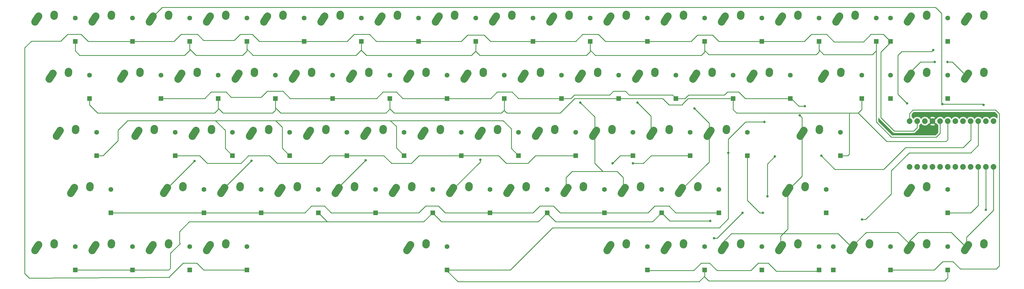
<source format=gtl>
%TF.GenerationSoftware,KiCad,Pcbnew,(5.1.6-0-10_14)*%
%TF.CreationDate,2020-08-01T01:29:04+08:00*%
%TF.ProjectId,K45.0,4b34352e-302e-46b6-9963-61645f706362,rev?*%
%TF.SameCoordinates,Original*%
%TF.FileFunction,Copper,L1,Top*%
%TF.FilePolarity,Positive*%
%FSLAX46Y46*%
G04 Gerber Fmt 4.6, Leading zero omitted, Abs format (unit mm)*
G04 Created by KiCad (PCBNEW (5.1.6-0-10_14)) date 2020-08-01 01:29:04*
%MOMM*%
%LPD*%
G01*
G04 APERTURE LIST*
%TA.AperFunction,ComponentPad*%
%ADD10C,1.879600*%
%TD*%
%TA.AperFunction,ComponentPad*%
%ADD11C,1.600000*%
%TD*%
%TA.AperFunction,ComponentPad*%
%ADD12R,1.600000X1.600000*%
%TD*%
%TA.AperFunction,ViaPad*%
%ADD13C,0.800000*%
%TD*%
%TA.AperFunction,Conductor*%
%ADD14C,0.250000*%
%TD*%
%TA.AperFunction,Conductor*%
%ADD15C,0.254000*%
%TD*%
G04 APERTURE END LIST*
D10*
%TO.P,B1,1*%
%TO.N,/row6*%
X342106250Y-151923750D03*
%TO.P,B1,2*%
%TO.N,/row5*%
X344646250Y-151923750D03*
%TO.P,B1,3*%
%TO.N,Net-(B1-Pad3)*%
X347186250Y-151923750D03*
%TO.P,B1,4*%
%TO.N,GND*%
X349726250Y-151923750D03*
%TO.P,B1,5*%
%TO.N,/row0*%
X352266250Y-151923750D03*
%TO.P,B1,6*%
%TO.N,/row1*%
X354806250Y-151923750D03*
%TO.P,B1,7*%
%TO.N,/col4*%
X357346250Y-151923750D03*
%TO.P,B1,8*%
%TO.N,/row7*%
X359886250Y-151923750D03*
%TO.P,B1,9*%
%TO.N,/row3*%
X362426250Y-151923750D03*
%TO.P,B1,10*%
%TO.N,/row4*%
X364966250Y-151923750D03*
%TO.P,B1,11*%
%TO.N,/col1*%
X367506250Y-151923750D03*
%TO.P,B1,12*%
%TO.N,/col8*%
X370046250Y-151923750D03*
%TO.P,B1,13*%
%TO.N,/col7*%
X370046250Y-167163750D03*
%TO.P,B1,14*%
%TO.N,/col6*%
X367506250Y-167163750D03*
%TO.P,B1,15*%
%TO.N,/row2*%
X364966250Y-167163750D03*
%TO.P,B1,16*%
%TO.N,/col5*%
X362426250Y-167163750D03*
%TO.P,B1,17*%
%TO.N,/col3*%
X359886250Y-167163750D03*
%TO.P,B1,18*%
%TO.N,/col0*%
X357346250Y-167163750D03*
%TO.P,B1,19*%
%TO.N,/col2*%
X354806250Y-167163750D03*
%TO.P,B1,20*%
%TO.N,Net-(B1-Pad20)*%
X352266250Y-167163750D03*
%TO.P,B1,21*%
%TO.N,Net-(B1-Pad21)*%
X349726250Y-167163750D03*
%TO.P,B1,22*%
%TO.N,Net-(B1-Pad22)*%
X347186250Y-167163750D03*
%TO.P,B1,23*%
%TO.N,Net-(B1-Pad23)*%
X344646250Y-167163750D03*
%TO.P,B1,24*%
%TO.N,Net-(B1-Pad24)*%
X342106250Y-167163750D03*
%TD*%
%TO.P,K_PGDN1,1*%
%TO.N,/col8*%
%TA.AperFunction,ComponentPad*%
G36*
G01*
X359417549Y-137250941D02*
X360626473Y-135353310D01*
G75*
G02*
X362352337Y-134970696I1054239J-671625D01*
G01*
X362352337Y-134970696D01*
G75*
G02*
X362734951Y-136696560I-671625J-1054239D01*
G01*
X361526027Y-138594190D01*
G75*
G02*
X359800163Y-138976804I-1054239J671625D01*
G01*
X359800163Y-138976804D01*
G75*
G02*
X359417549Y-137250940I671625J1054239D01*
G01*
G37*
%TD.AperFunction*%
%TO.P,K_PGDN1,2*%
%TO.N,Net-(D_PGDN1-Pad2)*%
%TA.AperFunction,ComponentPad*%
G36*
G01*
X365584420Y-135908059D02*
X365623869Y-135329403D01*
G75*
G02*
X366955993Y-134167317I1247105J-85019D01*
G01*
X366955993Y-134167317D01*
G75*
G02*
X368118079Y-135499441I-85019J-1247105D01*
G01*
X368078631Y-136078097D01*
G75*
G02*
X366746507Y-137240183I-1247105J85019D01*
G01*
X366746507Y-137240183D01*
G75*
G02*
X365584421Y-135908059I85019J1247105D01*
G01*
G37*
%TD.AperFunction*%
%TD*%
%TO.P,K_ESC1,1*%
%TO.N,/col0*%
%TA.AperFunction,ComponentPad*%
G36*
G01*
X49855049Y-118200941D02*
X51063973Y-116303310D01*
G75*
G02*
X52789837Y-115920696I1054239J-671625D01*
G01*
X52789837Y-115920696D01*
G75*
G02*
X53172451Y-117646560I-671625J-1054239D01*
G01*
X51963527Y-119544190D01*
G75*
G02*
X50237663Y-119926804I-1054239J671625D01*
G01*
X50237663Y-119926804D01*
G75*
G02*
X49855049Y-118200940I671625J1054239D01*
G01*
G37*
%TD.AperFunction*%
%TO.P,K_ESC1,2*%
%TO.N,Net-(D_ESC1-Pad2)*%
%TA.AperFunction,ComponentPad*%
G36*
G01*
X56021920Y-116858059D02*
X56061369Y-116279403D01*
G75*
G02*
X57393493Y-115117317I1247105J-85019D01*
G01*
X57393493Y-115117317D01*
G75*
G02*
X58555579Y-116449441I-85019J-1247105D01*
G01*
X58516131Y-117028097D01*
G75*
G02*
X57184007Y-118190183I-1247105J85019D01*
G01*
X57184007Y-118190183D01*
G75*
G02*
X56021921Y-116858059I85019J1247105D01*
G01*
G37*
%TD.AperFunction*%
%TD*%
D11*
%TO.P,D_0,2*%
%TO.N,Net-(D_0-Pad2)*%
X254793750Y-117543750D03*
D12*
%TO.P,D_0,1*%
%TO.N,/row5*%
X254793750Y-125343750D03*
%TD*%
D11*
%TO.P,D_1,2*%
%TO.N,Net-(D_1-Pad2)*%
X83343750Y-117543750D03*
D12*
%TO.P,D_1,1*%
%TO.N,/row5*%
X83343750Y-125343750D03*
%TD*%
D11*
%TO.P,D_2,2*%
%TO.N,Net-(D_2-Pad2)*%
X102393750Y-117543750D03*
D12*
%TO.P,D_2,1*%
%TO.N,/row0*%
X102393750Y-125343750D03*
%TD*%
D11*
%TO.P,D_3,2*%
%TO.N,Net-(D_3-Pad2)*%
X121443750Y-117543750D03*
D12*
%TO.P,D_3,1*%
%TO.N,/row0*%
X121443750Y-125343750D03*
%TD*%
D11*
%TO.P,D_4,2*%
%TO.N,Net-(D_4-Pad2)*%
X140493750Y-117543750D03*
D12*
%TO.P,D_4,1*%
%TO.N,/row5*%
X140493750Y-125343750D03*
%TD*%
D11*
%TO.P,D_5,2*%
%TO.N,Net-(D_5-Pad2)*%
X159543750Y-117543750D03*
D12*
%TO.P,D_5,1*%
%TO.N,/row0*%
X159543750Y-125343750D03*
%TD*%
D11*
%TO.P,D_6,2*%
%TO.N,Net-(D_6-Pad2)*%
X178593750Y-117543750D03*
D12*
%TO.P,D_6,1*%
%TO.N,/row5*%
X178593750Y-125343750D03*
%TD*%
D11*
%TO.P,D_7,2*%
%TO.N,Net-(D_7-Pad2)*%
X197643750Y-117543750D03*
D12*
%TO.P,D_7,1*%
%TO.N,/row0*%
X197643750Y-125343750D03*
%TD*%
D11*
%TO.P,D_8,2*%
%TO.N,Net-(D_8-Pad2)*%
X216693750Y-117543750D03*
D12*
%TO.P,D_8,1*%
%TO.N,/row5*%
X216693750Y-125343750D03*
%TD*%
D11*
%TO.P,D_9,2*%
%TO.N,Net-(D_9-Pad2)*%
X235743750Y-117543750D03*
D12*
%TO.P,D_9,1*%
%TO.N,/row0*%
X235743750Y-125343750D03*
%TD*%
D11*
%TO.P,D_A1,2*%
%TO.N,Net-(D_A1-Pad2)*%
X97631250Y-155643750D03*
D12*
%TO.P,D_A1,1*%
%TO.N,/row7*%
X97631250Y-163443750D03*
%TD*%
%TO.P,D_B1,1*%
%TO.N,/row4*%
X183356250Y-182493750D03*
D11*
%TO.P,D_B1,2*%
%TO.N,Net-(D_B1-Pad2)*%
X183356250Y-174693750D03*
%TD*%
%TO.P,D_backslash1,2*%
%TO.N,Net-(D_backslash1-Pad2)*%
X326231250Y-136593750D03*
D12*
%TO.P,D_backslash1,1*%
%TO.N,/row1*%
X326231250Y-144393750D03*
%TD*%
%TO.P,D_C1,1*%
%TO.N,/row4*%
X145256250Y-182493750D03*
D11*
%TO.P,D_C1,2*%
%TO.N,Net-(D_C1-Pad2)*%
X145256250Y-174693750D03*
%TD*%
%TO.P,D_CAPLK1,2*%
%TO.N,Net-(D_CAPLK1-Pad2)*%
X71437500Y-155643750D03*
D12*
%TO.P,D_CAPLK1,1*%
%TO.N,/row2*%
X71437500Y-163443750D03*
%TD*%
%TO.P,D_comma1,1*%
%TO.N,/row3*%
X240506250Y-182493750D03*
D11*
%TO.P,D_comma1,2*%
%TO.N,Net-(D_comma1-Pad2)*%
X240506250Y-174693750D03*
%TD*%
D12*
%TO.P,D_D1,1*%
%TO.N,/row2*%
X135731250Y-163443750D03*
D11*
%TO.P,D_D1,2*%
%TO.N,Net-(D_D1-Pad2)*%
X135731250Y-155643750D03*
%TD*%
%TO.P,D_DEL1,2*%
%TO.N,Net-(D_DEL1-Pad2)*%
X330993750Y-117543750D03*
D12*
%TO.P,D_DEL1,1*%
%TO.N,/row0*%
X330993750Y-125343750D03*
%TD*%
%TO.P,D_DN1,1*%
%TO.N,/row6*%
X335756250Y-201543750D03*
D11*
%TO.P,D_DN1,2*%
%TO.N,Net-(D_DN1-Pad2)*%
X335756250Y-193743750D03*
%TD*%
D12*
%TO.P,D_dot1,1*%
%TO.N,/row4*%
X259556250Y-182493750D03*
D11*
%TO.P,D_dot1,2*%
%TO.N,Net-(D_dot1-Pad2)*%
X259556250Y-174693750D03*
%TD*%
%TO.P,D_E1,2*%
%TO.N,Net-(D_E1-Pad2)*%
X130968750Y-136593750D03*
D12*
%TO.P,D_E1,1*%
%TO.N,/row1*%
X130968750Y-144393750D03*
%TD*%
D11*
%TO.P,D_END1,2*%
%TO.N,Net-(D_END1-Pad2)*%
X335756250Y-136593750D03*
D12*
%TO.P,D_END1,1*%
%TO.N,/row6*%
X335756250Y-144393750D03*
%TD*%
%TO.P,D_ENTER1,1*%
%TO.N,/row1*%
X319087500Y-163443750D03*
D11*
%TO.P,D_ENTER1,2*%
%TO.N,Net-(D_ENTER1-Pad2)*%
X319087500Y-155643750D03*
%TD*%
%TO.P,D_ESC1,2*%
%TO.N,Net-(D_ESC1-Pad2)*%
X64293750Y-117543750D03*
D12*
%TO.P,D_ESC1,1*%
%TO.N,/row0*%
X64293750Y-125343750D03*
%TD*%
%TO.P,D_F1,1*%
%TO.N,/row7*%
X154781250Y-163443750D03*
D11*
%TO.P,D_F1,2*%
%TO.N,Net-(D_F1-Pad2)*%
X154781250Y-155643750D03*
%TD*%
D12*
%TO.P,D_G1,1*%
%TO.N,/row2*%
X173831250Y-163443750D03*
D11*
%TO.P,D_G1,2*%
%TO.N,Net-(D_G1-Pad2)*%
X173831250Y-155643750D03*
%TD*%
D12*
%TO.P,D_H1,1*%
%TO.N,/row7*%
X192881250Y-163443750D03*
D11*
%TO.P,D_H1,2*%
%TO.N,Net-(D_H1-Pad2)*%
X192881250Y-155643750D03*
%TD*%
%TO.P,D_HOME1,2*%
%TO.N,Net-(D_HOME1-Pad2)*%
X335756250Y-117543750D03*
D12*
%TO.P,D_HOME1,1*%
%TO.N,/row5*%
X335756250Y-125343750D03*
%TD*%
D11*
%TO.P,D_I1,2*%
%TO.N,Net-(D_I1-Pad2)*%
X226218750Y-136593750D03*
D12*
%TO.P,D_I1,1*%
%TO.N,/row6*%
X226218750Y-144393750D03*
%TD*%
%TO.P,D_J1,1*%
%TO.N,/row2*%
X211931250Y-163443750D03*
D11*
%TO.P,D_J1,2*%
%TO.N,Net-(D_J1-Pad2)*%
X211931250Y-155643750D03*
%TD*%
D12*
%TO.P,D_K1,1*%
%TO.N,/row7*%
X230981250Y-163443750D03*
D11*
%TO.P,D_K1,2*%
%TO.N,Net-(D_K1-Pad2)*%
X230981250Y-155643750D03*
%TD*%
D12*
%TO.P,D_L1,1*%
%TO.N,/row2*%
X250031250Y-163443750D03*
D11*
%TO.P,D_L1,2*%
%TO.N,Net-(D_L1-Pad2)*%
X250031250Y-155643750D03*
%TD*%
D12*
%TO.P,D_LALT1,1*%
%TO.N,/row6*%
X102393750Y-201543750D03*
D11*
%TO.P,D_LALT1,2*%
%TO.N,Net-(D_LALT1-Pad2)*%
X102393750Y-193743750D03*
%TD*%
D12*
%TO.P,D_LCMD1,1*%
%TO.N,/row5*%
X121443750Y-201543750D03*
D11*
%TO.P,D_LCMD1,2*%
%TO.N,Net-(D_LCMD1-Pad2)*%
X121443750Y-193743750D03*
%TD*%
D12*
%TO.P,D_LCTRL1,1*%
%TO.N,/row4*%
X83343750Y-201543750D03*
D11*
%TO.P,D_LCTRL1,2*%
%TO.N,Net-(D_LCTRL1-Pad2)*%
X83343750Y-193743750D03*
%TD*%
%TO.P,D_leftsquare1,2*%
%TO.N,Net-(D_leftsquare1-Pad2)*%
X283368750Y-136593750D03*
D12*
%TO.P,D_leftsquare1,1*%
%TO.N,/row1*%
X283368750Y-144393750D03*
%TD*%
%TO.P,D_LFN1,1*%
%TO.N,/row4*%
X64293750Y-201543750D03*
D11*
%TO.P,D_LFN1,2*%
%TO.N,Net-(D_LFN1-Pad2)*%
X64293750Y-193743750D03*
%TD*%
D12*
%TO.P,D_LIFT1,1*%
%TO.N,/row3*%
X292893750Y-201543750D03*
D11*
%TO.P,D_LIFT1,2*%
%TO.N,Net-(D_LIFT1-Pad2)*%
X292893750Y-193743750D03*
%TD*%
D12*
%TO.P,D_LSHIFT1,1*%
%TO.N,/row3*%
X76200000Y-182493750D03*
D11*
%TO.P,D_LSHIFT1,2*%
%TO.N,Net-(D_LSHIFT1-Pad2)*%
X76200000Y-174693750D03*
%TD*%
D12*
%TO.P,D_LT1,1*%
%TO.N,/row5*%
X316706250Y-201543750D03*
D11*
%TO.P,D_LT1,2*%
%TO.N,Net-(D_LT1-Pad2)*%
X316706250Y-193743750D03*
%TD*%
D12*
%TO.P,D_M1,1*%
%TO.N,/row4*%
X221456250Y-182493750D03*
D11*
%TO.P,D_M1,2*%
%TO.N,Net-(D_M1-Pad2)*%
X221456250Y-174693750D03*
%TD*%
%TO.P,D_minus1,2*%
%TO.N,Net-(D_minus1-Pad2)*%
X273843750Y-117543750D03*
D12*
%TO.P,D_minus1,1*%
%TO.N,/row0*%
X273843750Y-125343750D03*
%TD*%
%TO.P,D_N1,1*%
%TO.N,/row3*%
X202406250Y-182493750D03*
D11*
%TO.P,D_N1,2*%
%TO.N,Net-(D_N1-Pad2)*%
X202406250Y-174693750D03*
%TD*%
%TO.P,D_O1,2*%
%TO.N,Net-(D_O1-Pad2)*%
X245268750Y-136593750D03*
D12*
%TO.P,D_O1,1*%
%TO.N,/row1*%
X245268750Y-144393750D03*
%TD*%
D11*
%TO.P,D_P1,2*%
%TO.N,Net-(D_P1-Pad2)*%
X264318750Y-136593750D03*
D12*
%TO.P,D_P1,1*%
%TO.N,/row6*%
X264318750Y-144393750D03*
%TD*%
D11*
%TO.P,D_PGDN1,2*%
%TO.N,Net-(D_PGDN1-Pad2)*%
X354806250Y-136593750D03*
D12*
%TO.P,D_PGDN1,1*%
%TO.N,/row4*%
X354806250Y-144393750D03*
%TD*%
D11*
%TO.P,D_PGUP1,2*%
%TO.N,Net-(D_PGUP1-Pad2)*%
X354806250Y-117543750D03*
D12*
%TO.P,D_PGUP1,1*%
%TO.N,/row7*%
X354806250Y-125343750D03*
%TD*%
D11*
%TO.P,D_plus1,2*%
%TO.N,Net-(D_plus1-Pad2)*%
X292893750Y-117543750D03*
D12*
%TO.P,D_plus1,1*%
%TO.N,/row5*%
X292893750Y-125343750D03*
%TD*%
D11*
%TO.P,D_Q1,2*%
%TO.N,Net-(D_Q1-Pad2)*%
X92868750Y-136593750D03*
D12*
%TO.P,D_Q1,1*%
%TO.N,/row6*%
X92868750Y-144393750D03*
%TD*%
%TO.P,D_quote1,1*%
%TO.N,/row2*%
X288131250Y-163443750D03*
D11*
%TO.P,D_quote1,2*%
%TO.N,Net-(D_quote1-Pad2)*%
X288131250Y-155643750D03*
%TD*%
%TO.P,D_R1,2*%
%TO.N,Net-(D_R1-Pad2)*%
X150018750Y-136593750D03*
D12*
%TO.P,D_R1,1*%
%TO.N,/row6*%
X150018750Y-144393750D03*
%TD*%
%TO.P,D_RALT1,1*%
%TO.N,/row7*%
X273843750Y-201543750D03*
D11*
%TO.P,D_RALT1,2*%
%TO.N,Net-(D_RALT1-Pad2)*%
X273843750Y-193743750D03*
%TD*%
D12*
%TO.P,D_RCMD1,1*%
%TO.N,/row4*%
X254793750Y-201543750D03*
D11*
%TO.P,D_RCMD1,2*%
%TO.N,Net-(D_RCMD1-Pad2)*%
X254793750Y-193743750D03*
%TD*%
D12*
%TO.P,D_RFN1,1*%
%TO.N,/row4*%
X311943750Y-201543750D03*
D11*
%TO.P,D_RFN1,2*%
%TO.N,Net-(D_RFN1-Pad2)*%
X311943750Y-193743750D03*
%TD*%
%TO.P,D_rightsquare1,2*%
%TO.N,Net-(D_rightsquare1-Pad2)*%
X302418750Y-136593750D03*
D12*
%TO.P,D_rightsquare1,1*%
%TO.N,/row6*%
X302418750Y-144393750D03*
%TD*%
%TO.P,D_RSHIFT1,1*%
%TO.N,/row2*%
X314325000Y-182493750D03*
D11*
%TO.P,D_RSHIFT1,2*%
%TO.N,Net-(D_RSHIFT1-Pad2)*%
X314325000Y-174693750D03*
%TD*%
D12*
%TO.P,D_RT1,1*%
%TO.N,/row7*%
X354806250Y-201543750D03*
D11*
%TO.P,D_RT1,2*%
%TO.N,Net-(D_RT1-Pad2)*%
X354806250Y-193743750D03*
%TD*%
D12*
%TO.P,D_S1,1*%
%TO.N,/row2*%
X116681250Y-163443750D03*
D11*
%TO.P,D_S1,2*%
%TO.N,Net-(D_S1-Pad2)*%
X116681250Y-155643750D03*
%TD*%
D12*
%TO.P,D_semicolon1,1*%
%TO.N,/row7*%
X269081250Y-163443750D03*
D11*
%TO.P,D_semicolon1,2*%
%TO.N,Net-(D_semicolon1-Pad2)*%
X269081250Y-155643750D03*
%TD*%
D12*
%TO.P,D_slash1,1*%
%TO.N,/row3*%
X278606250Y-182493750D03*
D11*
%TO.P,D_slash1,2*%
%TO.N,Net-(D_slash1-Pad2)*%
X278606250Y-174693750D03*
%TD*%
D12*
%TO.P,D_space1,1*%
%TO.N,/row7*%
X188118750Y-201543750D03*
D11*
%TO.P,D_space1,2*%
%TO.N,Net-(D_space1-Pad2)*%
X188118750Y-193743750D03*
%TD*%
%TO.P,D_T1,2*%
%TO.N,Net-(D_T1-Pad2)*%
X169068750Y-136593750D03*
D12*
%TO.P,D_T1,1*%
%TO.N,/row1*%
X169068750Y-144393750D03*
%TD*%
D11*
%TO.P,D_TAB1,2*%
%TO.N,Net-(D_TAB1-Pad2)*%
X69056250Y-136593750D03*
D12*
%TO.P,D_TAB1,1*%
%TO.N,/row1*%
X69056250Y-144393750D03*
%TD*%
D11*
%TO.P,D_tilde1,2*%
%TO.N,Net-(D_tilde1-Pad2)*%
X311943750Y-117543750D03*
D12*
%TO.P,D_tilde1,1*%
%TO.N,/row0*%
X311943750Y-125343750D03*
%TD*%
D11*
%TO.P,D_U1,2*%
%TO.N,Net-(D_U1-Pad2)*%
X207168750Y-136593750D03*
D12*
%TO.P,D_U1,1*%
%TO.N,/row1*%
X207168750Y-144393750D03*
%TD*%
%TO.P,D_UP1,1*%
%TO.N,/row2*%
X354806250Y-182493750D03*
D11*
%TO.P,D_UP1,2*%
%TO.N,Net-(D_UP1-Pad2)*%
X354806250Y-174693750D03*
%TD*%
D12*
%TO.P,D_V1,1*%
%TO.N,/row3*%
X164306250Y-182493750D03*
D11*
%TO.P,D_V1,2*%
%TO.N,Net-(D_V1-Pad2)*%
X164306250Y-174693750D03*
%TD*%
%TO.P,D_W1,2*%
%TO.N,Net-(D_W1-Pad2)*%
X111918750Y-136593750D03*
D12*
%TO.P,D_W1,1*%
%TO.N,/row1*%
X111918750Y-144393750D03*
%TD*%
%TO.P,D_X1,1*%
%TO.N,/row3*%
X126206250Y-182493750D03*
D11*
%TO.P,D_X1,2*%
%TO.N,Net-(D_X1-Pad2)*%
X126206250Y-174693750D03*
%TD*%
%TO.P,D_Y1,2*%
%TO.N,Net-(D_Y1-Pad2)*%
X188118750Y-136593750D03*
D12*
%TO.P,D_Y1,1*%
%TO.N,/row6*%
X188118750Y-144393750D03*
%TD*%
%TO.P,D_Z1,1*%
%TO.N,/row3*%
X107156250Y-182493750D03*
D11*
%TO.P,D_Z1,2*%
%TO.N,Net-(D_Z1-Pad2)*%
X107156250Y-174693750D03*
%TD*%
%TO.P,K_0,2*%
%TO.N,Net-(D_0-Pad2)*%
%TA.AperFunction,ComponentPad*%
G36*
G01*
X246521920Y-116858059D02*
X246561369Y-116279403D01*
G75*
G02*
X247893493Y-115117317I1247105J-85019D01*
G01*
X247893493Y-115117317D01*
G75*
G02*
X249055579Y-116449441I-85019J-1247105D01*
G01*
X249016131Y-117028097D01*
G75*
G02*
X247684007Y-118190183I-1247105J85019D01*
G01*
X247684007Y-118190183D01*
G75*
G02*
X246521921Y-116858059I85019J1247105D01*
G01*
G37*
%TD.AperFunction*%
%TO.P,K_0,1*%
%TO.N,/col5*%
%TA.AperFunction,ComponentPad*%
G36*
G01*
X240355049Y-118200941D02*
X241563973Y-116303310D01*
G75*
G02*
X243289837Y-115920696I1054239J-671625D01*
G01*
X243289837Y-115920696D01*
G75*
G02*
X243672451Y-117646560I-671625J-1054239D01*
G01*
X242463527Y-119544190D01*
G75*
G02*
X240737663Y-119926804I-1054239J671625D01*
G01*
X240737663Y-119926804D01*
G75*
G02*
X240355049Y-118200940I671625J1054239D01*
G01*
G37*
%TD.AperFunction*%
%TD*%
%TO.P,K_1,2*%
%TO.N,Net-(D_1-Pad2)*%
%TA.AperFunction,ComponentPad*%
G36*
G01*
X75071920Y-116858059D02*
X75111369Y-116279403D01*
G75*
G02*
X76443493Y-115117317I1247105J-85019D01*
G01*
X76443493Y-115117317D01*
G75*
G02*
X77605579Y-116449441I-85019J-1247105D01*
G01*
X77566131Y-117028097D01*
G75*
G02*
X76234007Y-118190183I-1247105J85019D01*
G01*
X76234007Y-118190183D01*
G75*
G02*
X75071921Y-116858059I85019J1247105D01*
G01*
G37*
%TD.AperFunction*%
%TO.P,K_1,1*%
%TO.N,/col0*%
%TA.AperFunction,ComponentPad*%
G36*
G01*
X68905049Y-118200941D02*
X70113973Y-116303310D01*
G75*
G02*
X71839837Y-115920696I1054239J-671625D01*
G01*
X71839837Y-115920696D01*
G75*
G02*
X72222451Y-117646560I-671625J-1054239D01*
G01*
X71013527Y-119544190D01*
G75*
G02*
X69287663Y-119926804I-1054239J671625D01*
G01*
X69287663Y-119926804D01*
G75*
G02*
X68905049Y-118200940I671625J1054239D01*
G01*
G37*
%TD.AperFunction*%
%TD*%
%TO.P,K_2,2*%
%TO.N,Net-(D_2-Pad2)*%
%TA.AperFunction,ComponentPad*%
G36*
G01*
X94121920Y-116858059D02*
X94161369Y-116279403D01*
G75*
G02*
X95493493Y-115117317I1247105J-85019D01*
G01*
X95493493Y-115117317D01*
G75*
G02*
X96655579Y-116449441I-85019J-1247105D01*
G01*
X96616131Y-117028097D01*
G75*
G02*
X95284007Y-118190183I-1247105J85019D01*
G01*
X95284007Y-118190183D01*
G75*
G02*
X94121921Y-116858059I85019J1247105D01*
G01*
G37*
%TD.AperFunction*%
%TO.P,K_2,1*%
%TO.N,/col1*%
%TA.AperFunction,ComponentPad*%
G36*
G01*
X87955049Y-118200941D02*
X89163973Y-116303310D01*
G75*
G02*
X90889837Y-115920696I1054239J-671625D01*
G01*
X90889837Y-115920696D01*
G75*
G02*
X91272451Y-117646560I-671625J-1054239D01*
G01*
X90063527Y-119544190D01*
G75*
G02*
X88337663Y-119926804I-1054239J671625D01*
G01*
X88337663Y-119926804D01*
G75*
G02*
X87955049Y-118200940I671625J1054239D01*
G01*
G37*
%TD.AperFunction*%
%TD*%
%TO.P,K_3,2*%
%TO.N,Net-(D_3-Pad2)*%
%TA.AperFunction,ComponentPad*%
G36*
G01*
X113171920Y-116858059D02*
X113211369Y-116279403D01*
G75*
G02*
X114543493Y-115117317I1247105J-85019D01*
G01*
X114543493Y-115117317D01*
G75*
G02*
X115705579Y-116449441I-85019J-1247105D01*
G01*
X115666131Y-117028097D01*
G75*
G02*
X114334007Y-118190183I-1247105J85019D01*
G01*
X114334007Y-118190183D01*
G75*
G02*
X113171921Y-116858059I85019J1247105D01*
G01*
G37*
%TD.AperFunction*%
%TO.P,K_3,1*%
%TO.N,/col2*%
%TA.AperFunction,ComponentPad*%
G36*
G01*
X107005049Y-118200941D02*
X108213973Y-116303310D01*
G75*
G02*
X109939837Y-115920696I1054239J-671625D01*
G01*
X109939837Y-115920696D01*
G75*
G02*
X110322451Y-117646560I-671625J-1054239D01*
G01*
X109113527Y-119544190D01*
G75*
G02*
X107387663Y-119926804I-1054239J671625D01*
G01*
X107387663Y-119926804D01*
G75*
G02*
X107005049Y-118200940I671625J1054239D01*
G01*
G37*
%TD.AperFunction*%
%TD*%
%TO.P,K_4,2*%
%TO.N,Net-(D_4-Pad2)*%
%TA.AperFunction,ComponentPad*%
G36*
G01*
X132221920Y-116858059D02*
X132261369Y-116279403D01*
G75*
G02*
X133593493Y-115117317I1247105J-85019D01*
G01*
X133593493Y-115117317D01*
G75*
G02*
X134755579Y-116449441I-85019J-1247105D01*
G01*
X134716131Y-117028097D01*
G75*
G02*
X133384007Y-118190183I-1247105J85019D01*
G01*
X133384007Y-118190183D01*
G75*
G02*
X132221921Y-116858059I85019J1247105D01*
G01*
G37*
%TD.AperFunction*%
%TO.P,K_4,1*%
%TO.N,/col2*%
%TA.AperFunction,ComponentPad*%
G36*
G01*
X126055049Y-118200941D02*
X127263973Y-116303310D01*
G75*
G02*
X128989837Y-115920696I1054239J-671625D01*
G01*
X128989837Y-115920696D01*
G75*
G02*
X129372451Y-117646560I-671625J-1054239D01*
G01*
X128163527Y-119544190D01*
G75*
G02*
X126437663Y-119926804I-1054239J671625D01*
G01*
X126437663Y-119926804D01*
G75*
G02*
X126055049Y-118200940I671625J1054239D01*
G01*
G37*
%TD.AperFunction*%
%TD*%
%TO.P,K_5,2*%
%TO.N,Net-(D_5-Pad2)*%
%TA.AperFunction,ComponentPad*%
G36*
G01*
X151271920Y-116858059D02*
X151311369Y-116279403D01*
G75*
G02*
X152643493Y-115117317I1247105J-85019D01*
G01*
X152643493Y-115117317D01*
G75*
G02*
X153805579Y-116449441I-85019J-1247105D01*
G01*
X153766131Y-117028097D01*
G75*
G02*
X152434007Y-118190183I-1247105J85019D01*
G01*
X152434007Y-118190183D01*
G75*
G02*
X151271921Y-116858059I85019J1247105D01*
G01*
G37*
%TD.AperFunction*%
%TO.P,K_5,1*%
%TO.N,/col3*%
%TA.AperFunction,ComponentPad*%
G36*
G01*
X145105049Y-118200941D02*
X146313973Y-116303310D01*
G75*
G02*
X148039837Y-115920696I1054239J-671625D01*
G01*
X148039837Y-115920696D01*
G75*
G02*
X148422451Y-117646560I-671625J-1054239D01*
G01*
X147213527Y-119544190D01*
G75*
G02*
X145487663Y-119926804I-1054239J671625D01*
G01*
X145487663Y-119926804D01*
G75*
G02*
X145105049Y-118200940I671625J1054239D01*
G01*
G37*
%TD.AperFunction*%
%TD*%
%TO.P,K_6,2*%
%TO.N,Net-(D_6-Pad2)*%
%TA.AperFunction,ComponentPad*%
G36*
G01*
X170321920Y-116858059D02*
X170361369Y-116279403D01*
G75*
G02*
X171693493Y-115117317I1247105J-85019D01*
G01*
X171693493Y-115117317D01*
G75*
G02*
X172855579Y-116449441I-85019J-1247105D01*
G01*
X172816131Y-117028097D01*
G75*
G02*
X171484007Y-118190183I-1247105J85019D01*
G01*
X171484007Y-118190183D01*
G75*
G02*
X170321921Y-116858059I85019J1247105D01*
G01*
G37*
%TD.AperFunction*%
%TO.P,K_6,1*%
%TO.N,/col3*%
%TA.AperFunction,ComponentPad*%
G36*
G01*
X164155049Y-118200941D02*
X165363973Y-116303310D01*
G75*
G02*
X167089837Y-115920696I1054239J-671625D01*
G01*
X167089837Y-115920696D01*
G75*
G02*
X167472451Y-117646560I-671625J-1054239D01*
G01*
X166263527Y-119544190D01*
G75*
G02*
X164537663Y-119926804I-1054239J671625D01*
G01*
X164537663Y-119926804D01*
G75*
G02*
X164155049Y-118200940I671625J1054239D01*
G01*
G37*
%TD.AperFunction*%
%TD*%
%TO.P,K_7,2*%
%TO.N,Net-(D_7-Pad2)*%
%TA.AperFunction,ComponentPad*%
G36*
G01*
X189371920Y-116858059D02*
X189411369Y-116279403D01*
G75*
G02*
X190743493Y-115117317I1247105J-85019D01*
G01*
X190743493Y-115117317D01*
G75*
G02*
X191905579Y-116449441I-85019J-1247105D01*
G01*
X191866131Y-117028097D01*
G75*
G02*
X190534007Y-118190183I-1247105J85019D01*
G01*
X190534007Y-118190183D01*
G75*
G02*
X189371921Y-116858059I85019J1247105D01*
G01*
G37*
%TD.AperFunction*%
%TO.P,K_7,1*%
%TO.N,/col4*%
%TA.AperFunction,ComponentPad*%
G36*
G01*
X183205049Y-118200941D02*
X184413973Y-116303310D01*
G75*
G02*
X186139837Y-115920696I1054239J-671625D01*
G01*
X186139837Y-115920696D01*
G75*
G02*
X186522451Y-117646560I-671625J-1054239D01*
G01*
X185313527Y-119544190D01*
G75*
G02*
X183587663Y-119926804I-1054239J671625D01*
G01*
X183587663Y-119926804D01*
G75*
G02*
X183205049Y-118200940I671625J1054239D01*
G01*
G37*
%TD.AperFunction*%
%TD*%
%TO.P,K_8,2*%
%TO.N,Net-(D_8-Pad2)*%
%TA.AperFunction,ComponentPad*%
G36*
G01*
X208421920Y-116858059D02*
X208461369Y-116279403D01*
G75*
G02*
X209793493Y-115117317I1247105J-85019D01*
G01*
X209793493Y-115117317D01*
G75*
G02*
X210955579Y-116449441I-85019J-1247105D01*
G01*
X210916131Y-117028097D01*
G75*
G02*
X209584007Y-118190183I-1247105J85019D01*
G01*
X209584007Y-118190183D01*
G75*
G02*
X208421921Y-116858059I85019J1247105D01*
G01*
G37*
%TD.AperFunction*%
%TO.P,K_8,1*%
%TO.N,/col4*%
%TA.AperFunction,ComponentPad*%
G36*
G01*
X202255049Y-118200941D02*
X203463973Y-116303310D01*
G75*
G02*
X205189837Y-115920696I1054239J-671625D01*
G01*
X205189837Y-115920696D01*
G75*
G02*
X205572451Y-117646560I-671625J-1054239D01*
G01*
X204363527Y-119544190D01*
G75*
G02*
X202637663Y-119926804I-1054239J671625D01*
G01*
X202637663Y-119926804D01*
G75*
G02*
X202255049Y-118200940I671625J1054239D01*
G01*
G37*
%TD.AperFunction*%
%TD*%
%TO.P,K_9,2*%
%TO.N,Net-(D_9-Pad2)*%
%TA.AperFunction,ComponentPad*%
G36*
G01*
X227471920Y-116858059D02*
X227511369Y-116279403D01*
G75*
G02*
X228843493Y-115117317I1247105J-85019D01*
G01*
X228843493Y-115117317D01*
G75*
G02*
X230005579Y-116449441I-85019J-1247105D01*
G01*
X229966131Y-117028097D01*
G75*
G02*
X228634007Y-118190183I-1247105J85019D01*
G01*
X228634007Y-118190183D01*
G75*
G02*
X227471921Y-116858059I85019J1247105D01*
G01*
G37*
%TD.AperFunction*%
%TO.P,K_9,1*%
%TO.N,/col5*%
%TA.AperFunction,ComponentPad*%
G36*
G01*
X221305049Y-118200941D02*
X222513973Y-116303310D01*
G75*
G02*
X224239837Y-115920696I1054239J-671625D01*
G01*
X224239837Y-115920696D01*
G75*
G02*
X224622451Y-117646560I-671625J-1054239D01*
G01*
X223413527Y-119544190D01*
G75*
G02*
X221687663Y-119926804I-1054239J671625D01*
G01*
X221687663Y-119926804D01*
G75*
G02*
X221305049Y-118200940I671625J1054239D01*
G01*
G37*
%TD.AperFunction*%
%TD*%
%TO.P,K_A1,1*%
%TO.N,/col0*%
%TA.AperFunction,ComponentPad*%
G36*
G01*
X83192549Y-156300941D02*
X84401473Y-154403310D01*
G75*
G02*
X86127337Y-154020696I1054239J-671625D01*
G01*
X86127337Y-154020696D01*
G75*
G02*
X86509951Y-155746560I-671625J-1054239D01*
G01*
X85301027Y-157644190D01*
G75*
G02*
X83575163Y-158026804I-1054239J671625D01*
G01*
X83575163Y-158026804D01*
G75*
G02*
X83192549Y-156300940I671625J1054239D01*
G01*
G37*
%TD.AperFunction*%
%TO.P,K_A1,2*%
%TO.N,Net-(D_A1-Pad2)*%
%TA.AperFunction,ComponentPad*%
G36*
G01*
X89359420Y-154958059D02*
X89398869Y-154379403D01*
G75*
G02*
X90730993Y-153217317I1247105J-85019D01*
G01*
X90730993Y-153217317D01*
G75*
G02*
X91893079Y-154549441I-85019J-1247105D01*
G01*
X91853631Y-155128097D01*
G75*
G02*
X90521507Y-156290183I-1247105J85019D01*
G01*
X90521507Y-156290183D01*
G75*
G02*
X89359421Y-154958059I85019J1247105D01*
G01*
G37*
%TD.AperFunction*%
%TD*%
%TO.P,K_B1,2*%
%TO.N,Net-(D_B1-Pad2)*%
%TA.AperFunction,ComponentPad*%
G36*
G01*
X175084420Y-174008059D02*
X175123869Y-173429403D01*
G75*
G02*
X176455993Y-172267317I1247105J-85019D01*
G01*
X176455993Y-172267317D01*
G75*
G02*
X177618079Y-173599441I-85019J-1247105D01*
G01*
X177578631Y-174178097D01*
G75*
G02*
X176246507Y-175340183I-1247105J85019D01*
G01*
X176246507Y-175340183D01*
G75*
G02*
X175084421Y-174008059I85019J1247105D01*
G01*
G37*
%TD.AperFunction*%
%TO.P,K_B1,1*%
%TO.N,/col3*%
%TA.AperFunction,ComponentPad*%
G36*
G01*
X168917549Y-175350941D02*
X170126473Y-173453310D01*
G75*
G02*
X171852337Y-173070696I1054239J-671625D01*
G01*
X171852337Y-173070696D01*
G75*
G02*
X172234951Y-174796560I-671625J-1054239D01*
G01*
X171026027Y-176694190D01*
G75*
G02*
X169300163Y-177076804I-1054239J671625D01*
G01*
X169300163Y-177076804D01*
G75*
G02*
X168917549Y-175350940I671625J1054239D01*
G01*
G37*
%TD.AperFunction*%
%TD*%
%TO.P,K_backslash1,1*%
%TO.N,/col8*%
%TA.AperFunction,ComponentPad*%
G36*
G01*
X311792549Y-137250941D02*
X313001473Y-135353310D01*
G75*
G02*
X314727337Y-134970696I1054239J-671625D01*
G01*
X314727337Y-134970696D01*
G75*
G02*
X315109951Y-136696560I-671625J-1054239D01*
G01*
X313901027Y-138594190D01*
G75*
G02*
X312175163Y-138976804I-1054239J671625D01*
G01*
X312175163Y-138976804D01*
G75*
G02*
X311792549Y-137250940I671625J1054239D01*
G01*
G37*
%TD.AperFunction*%
%TO.P,K_backslash1,2*%
%TO.N,Net-(D_backslash1-Pad2)*%
%TA.AperFunction,ComponentPad*%
G36*
G01*
X317959420Y-135908059D02*
X317998869Y-135329403D01*
G75*
G02*
X319330993Y-134167317I1247105J-85019D01*
G01*
X319330993Y-134167317D01*
G75*
G02*
X320493079Y-135499441I-85019J-1247105D01*
G01*
X320453631Y-136078097D01*
G75*
G02*
X319121507Y-137240183I-1247105J85019D01*
G01*
X319121507Y-137240183D01*
G75*
G02*
X317959421Y-135908059I85019J1247105D01*
G01*
G37*
%TD.AperFunction*%
%TD*%
%TO.P,K_C1,2*%
%TO.N,Net-(D_C1-Pad2)*%
%TA.AperFunction,ComponentPad*%
G36*
G01*
X136984420Y-174008059D02*
X137023869Y-173429403D01*
G75*
G02*
X138355993Y-172267317I1247105J-85019D01*
G01*
X138355993Y-172267317D01*
G75*
G02*
X139518079Y-173599441I-85019J-1247105D01*
G01*
X139478631Y-174178097D01*
G75*
G02*
X138146507Y-175340183I-1247105J85019D01*
G01*
X138146507Y-175340183D01*
G75*
G02*
X136984421Y-174008059I85019J1247105D01*
G01*
G37*
%TD.AperFunction*%
%TO.P,K_C1,1*%
%TO.N,/col2*%
%TA.AperFunction,ComponentPad*%
G36*
G01*
X130817549Y-175350941D02*
X132026473Y-173453310D01*
G75*
G02*
X133752337Y-173070696I1054239J-671625D01*
G01*
X133752337Y-173070696D01*
G75*
G02*
X134134951Y-174796560I-671625J-1054239D01*
G01*
X132926027Y-176694190D01*
G75*
G02*
X131200163Y-177076804I-1054239J671625D01*
G01*
X131200163Y-177076804D01*
G75*
G02*
X130817549Y-175350940I671625J1054239D01*
G01*
G37*
%TD.AperFunction*%
%TD*%
%TO.P,K_CAPLK1,1*%
%TO.N,/col0*%
%TA.AperFunction,ComponentPad*%
G36*
G01*
X56998799Y-156300941D02*
X58207723Y-154403310D01*
G75*
G02*
X59933587Y-154020696I1054239J-671625D01*
G01*
X59933587Y-154020696D01*
G75*
G02*
X60316201Y-155746560I-671625J-1054239D01*
G01*
X59107277Y-157644190D01*
G75*
G02*
X57381413Y-158026804I-1054239J671625D01*
G01*
X57381413Y-158026804D01*
G75*
G02*
X56998799Y-156300940I671625J1054239D01*
G01*
G37*
%TD.AperFunction*%
%TO.P,K_CAPLK1,2*%
%TO.N,Net-(D_CAPLK1-Pad2)*%
%TA.AperFunction,ComponentPad*%
G36*
G01*
X63165670Y-154958059D02*
X63205119Y-154379403D01*
G75*
G02*
X64537243Y-153217317I1247105J-85019D01*
G01*
X64537243Y-153217317D01*
G75*
G02*
X65699329Y-154549441I-85019J-1247105D01*
G01*
X65659881Y-155128097D01*
G75*
G02*
X64327757Y-156290183I-1247105J85019D01*
G01*
X64327757Y-156290183D01*
G75*
G02*
X63165671Y-154958059I85019J1247105D01*
G01*
G37*
%TD.AperFunction*%
%TD*%
%TO.P,K_comma1,2*%
%TO.N,Net-(D_comma1-Pad2)*%
%TA.AperFunction,ComponentPad*%
G36*
G01*
X232234420Y-174008059D02*
X232273869Y-173429403D01*
G75*
G02*
X233605993Y-172267317I1247105J-85019D01*
G01*
X233605993Y-172267317D01*
G75*
G02*
X234768079Y-173599441I-85019J-1247105D01*
G01*
X234728631Y-174178097D01*
G75*
G02*
X233396507Y-175340183I-1247105J85019D01*
G01*
X233396507Y-175340183D01*
G75*
G02*
X232234421Y-174008059I85019J1247105D01*
G01*
G37*
%TD.AperFunction*%
%TO.P,K_comma1,1*%
%TO.N,/col5*%
%TA.AperFunction,ComponentPad*%
G36*
G01*
X226067549Y-175350941D02*
X227276473Y-173453310D01*
G75*
G02*
X229002337Y-173070696I1054239J-671625D01*
G01*
X229002337Y-173070696D01*
G75*
G02*
X229384951Y-174796560I-671625J-1054239D01*
G01*
X228176027Y-176694190D01*
G75*
G02*
X226450163Y-177076804I-1054239J671625D01*
G01*
X226450163Y-177076804D01*
G75*
G02*
X226067549Y-175350940I671625J1054239D01*
G01*
G37*
%TD.AperFunction*%
%TD*%
%TO.P,K_D1,2*%
%TO.N,Net-(D_D1-Pad2)*%
%TA.AperFunction,ComponentPad*%
G36*
G01*
X127459420Y-154958059D02*
X127498869Y-154379403D01*
G75*
G02*
X128830993Y-153217317I1247105J-85019D01*
G01*
X128830993Y-153217317D01*
G75*
G02*
X129993079Y-154549441I-85019J-1247105D01*
G01*
X129953631Y-155128097D01*
G75*
G02*
X128621507Y-156290183I-1247105J85019D01*
G01*
X128621507Y-156290183D01*
G75*
G02*
X127459421Y-154958059I85019J1247105D01*
G01*
G37*
%TD.AperFunction*%
%TO.P,K_D1,1*%
%TO.N,/col2*%
%TA.AperFunction,ComponentPad*%
G36*
G01*
X121292549Y-156300941D02*
X122501473Y-154403310D01*
G75*
G02*
X124227337Y-154020696I1054239J-671625D01*
G01*
X124227337Y-154020696D01*
G75*
G02*
X124609951Y-155746560I-671625J-1054239D01*
G01*
X123401027Y-157644190D01*
G75*
G02*
X121675163Y-158026804I-1054239J671625D01*
G01*
X121675163Y-158026804D01*
G75*
G02*
X121292549Y-156300940I671625J1054239D01*
G01*
G37*
%TD.AperFunction*%
%TD*%
%TO.P,K_DEL1,1*%
%TO.N,/col8*%
%TA.AperFunction,ComponentPad*%
G36*
G01*
X316555049Y-118200941D02*
X317763973Y-116303310D01*
G75*
G02*
X319489837Y-115920696I1054239J-671625D01*
G01*
X319489837Y-115920696D01*
G75*
G02*
X319872451Y-117646560I-671625J-1054239D01*
G01*
X318663527Y-119544190D01*
G75*
G02*
X316937663Y-119926804I-1054239J671625D01*
G01*
X316937663Y-119926804D01*
G75*
G02*
X316555049Y-118200940I671625J1054239D01*
G01*
G37*
%TD.AperFunction*%
%TO.P,K_DEL1,2*%
%TO.N,Net-(D_DEL1-Pad2)*%
%TA.AperFunction,ComponentPad*%
G36*
G01*
X322721920Y-116858059D02*
X322761369Y-116279403D01*
G75*
G02*
X324093493Y-115117317I1247105J-85019D01*
G01*
X324093493Y-115117317D01*
G75*
G02*
X325255579Y-116449441I-85019J-1247105D01*
G01*
X325216131Y-117028097D01*
G75*
G02*
X323884007Y-118190183I-1247105J85019D01*
G01*
X323884007Y-118190183D01*
G75*
G02*
X322721921Y-116858059I85019J1247105D01*
G01*
G37*
%TD.AperFunction*%
%TD*%
%TO.P,K_DN1,1*%
%TO.N,/col7*%
%TA.AperFunction,ComponentPad*%
G36*
G01*
X340367549Y-194400941D02*
X341576473Y-192503310D01*
G75*
G02*
X343302337Y-192120696I1054239J-671625D01*
G01*
X343302337Y-192120696D01*
G75*
G02*
X343684951Y-193846560I-671625J-1054239D01*
G01*
X342476027Y-195744190D01*
G75*
G02*
X340750163Y-196126804I-1054239J671625D01*
G01*
X340750163Y-196126804D01*
G75*
G02*
X340367549Y-194400940I671625J1054239D01*
G01*
G37*
%TD.AperFunction*%
%TO.P,K_DN1,2*%
%TO.N,Net-(D_DN1-Pad2)*%
%TA.AperFunction,ComponentPad*%
G36*
G01*
X346534420Y-193058059D02*
X346573869Y-192479403D01*
G75*
G02*
X347905993Y-191317317I1247105J-85019D01*
G01*
X347905993Y-191317317D01*
G75*
G02*
X349068079Y-192649441I-85019J-1247105D01*
G01*
X349028631Y-193228097D01*
G75*
G02*
X347696507Y-194390183I-1247105J85019D01*
G01*
X347696507Y-194390183D01*
G75*
G02*
X346534421Y-193058059I85019J1247105D01*
G01*
G37*
%TD.AperFunction*%
%TD*%
%TO.P,K_dot1,2*%
%TO.N,Net-(D_dot1-Pad2)*%
%TA.AperFunction,ComponentPad*%
G36*
G01*
X251284420Y-174008059D02*
X251323869Y-173429403D01*
G75*
G02*
X252655993Y-172267317I1247105J-85019D01*
G01*
X252655993Y-172267317D01*
G75*
G02*
X253818079Y-173599441I-85019J-1247105D01*
G01*
X253778631Y-174178097D01*
G75*
G02*
X252446507Y-175340183I-1247105J85019D01*
G01*
X252446507Y-175340183D01*
G75*
G02*
X251284421Y-174008059I85019J1247105D01*
G01*
G37*
%TD.AperFunction*%
%TO.P,K_dot1,1*%
%TO.N,/col5*%
%TA.AperFunction,ComponentPad*%
G36*
G01*
X245117549Y-175350941D02*
X246326473Y-173453310D01*
G75*
G02*
X248052337Y-173070696I1054239J-671625D01*
G01*
X248052337Y-173070696D01*
G75*
G02*
X248434951Y-174796560I-671625J-1054239D01*
G01*
X247226027Y-176694190D01*
G75*
G02*
X245500163Y-177076804I-1054239J671625D01*
G01*
X245500163Y-177076804D01*
G75*
G02*
X245117549Y-175350940I671625J1054239D01*
G01*
G37*
%TD.AperFunction*%
%TD*%
%TO.P,K_E1,1*%
%TO.N,/col2*%
%TA.AperFunction,ComponentPad*%
G36*
G01*
X116530049Y-137250941D02*
X117738973Y-135353310D01*
G75*
G02*
X119464837Y-134970696I1054239J-671625D01*
G01*
X119464837Y-134970696D01*
G75*
G02*
X119847451Y-136696560I-671625J-1054239D01*
G01*
X118638527Y-138594190D01*
G75*
G02*
X116912663Y-138976804I-1054239J671625D01*
G01*
X116912663Y-138976804D01*
G75*
G02*
X116530049Y-137250940I671625J1054239D01*
G01*
G37*
%TD.AperFunction*%
%TO.P,K_E1,2*%
%TO.N,Net-(D_E1-Pad2)*%
%TA.AperFunction,ComponentPad*%
G36*
G01*
X122696920Y-135908059D02*
X122736369Y-135329403D01*
G75*
G02*
X124068493Y-134167317I1247105J-85019D01*
G01*
X124068493Y-134167317D01*
G75*
G02*
X125230579Y-135499441I-85019J-1247105D01*
G01*
X125191131Y-136078097D01*
G75*
G02*
X123859007Y-137240183I-1247105J85019D01*
G01*
X123859007Y-137240183D01*
G75*
G02*
X122696921Y-135908059I85019J1247105D01*
G01*
G37*
%TD.AperFunction*%
%TD*%
%TO.P,K_END1,1*%
%TO.N,/col8*%
%TA.AperFunction,ComponentPad*%
G36*
G01*
X340367549Y-137250941D02*
X341576473Y-135353310D01*
G75*
G02*
X343302337Y-134970696I1054239J-671625D01*
G01*
X343302337Y-134970696D01*
G75*
G02*
X343684951Y-136696560I-671625J-1054239D01*
G01*
X342476027Y-138594190D01*
G75*
G02*
X340750163Y-138976804I-1054239J671625D01*
G01*
X340750163Y-138976804D01*
G75*
G02*
X340367549Y-137250940I671625J1054239D01*
G01*
G37*
%TD.AperFunction*%
%TO.P,K_END1,2*%
%TO.N,Net-(D_END1-Pad2)*%
%TA.AperFunction,ComponentPad*%
G36*
G01*
X346534420Y-135908059D02*
X346573869Y-135329403D01*
G75*
G02*
X347905993Y-134167317I1247105J-85019D01*
G01*
X347905993Y-134167317D01*
G75*
G02*
X349068079Y-135499441I-85019J-1247105D01*
G01*
X349028631Y-136078097D01*
G75*
G02*
X347696507Y-137240183I-1247105J85019D01*
G01*
X347696507Y-137240183D01*
G75*
G02*
X346534421Y-135908059I85019J1247105D01*
G01*
G37*
%TD.AperFunction*%
%TD*%
%TO.P,K_ENTER1,2*%
%TO.N,Net-(D_ENTER1-Pad2)*%
%TA.AperFunction,ComponentPad*%
G36*
G01*
X310815670Y-154958059D02*
X310855119Y-154379403D01*
G75*
G02*
X312187243Y-153217317I1247105J-85019D01*
G01*
X312187243Y-153217317D01*
G75*
G02*
X313349329Y-154549441I-85019J-1247105D01*
G01*
X313309881Y-155128097D01*
G75*
G02*
X311977757Y-156290183I-1247105J85019D01*
G01*
X311977757Y-156290183D01*
G75*
G02*
X310815671Y-154958059I85019J1247105D01*
G01*
G37*
%TD.AperFunction*%
%TO.P,K_ENTER1,1*%
%TO.N,/col7*%
%TA.AperFunction,ComponentPad*%
G36*
G01*
X304648799Y-156300941D02*
X305857723Y-154403310D01*
G75*
G02*
X307583587Y-154020696I1054239J-671625D01*
G01*
X307583587Y-154020696D01*
G75*
G02*
X307966201Y-155746560I-671625J-1054239D01*
G01*
X306757277Y-157644190D01*
G75*
G02*
X305031413Y-158026804I-1054239J671625D01*
G01*
X305031413Y-158026804D01*
G75*
G02*
X304648799Y-156300940I671625J1054239D01*
G01*
G37*
%TD.AperFunction*%
%TD*%
%TO.P,K_F1,2*%
%TO.N,Net-(D_F1-Pad2)*%
%TA.AperFunction,ComponentPad*%
G36*
G01*
X146509420Y-154958059D02*
X146548869Y-154379403D01*
G75*
G02*
X147880993Y-153217317I1247105J-85019D01*
G01*
X147880993Y-153217317D01*
G75*
G02*
X149043079Y-154549441I-85019J-1247105D01*
G01*
X149003631Y-155128097D01*
G75*
G02*
X147671507Y-156290183I-1247105J85019D01*
G01*
X147671507Y-156290183D01*
G75*
G02*
X146509421Y-154958059I85019J1247105D01*
G01*
G37*
%TD.AperFunction*%
%TO.P,K_F1,1*%
%TO.N,/col2*%
%TA.AperFunction,ComponentPad*%
G36*
G01*
X140342549Y-156300941D02*
X141551473Y-154403310D01*
G75*
G02*
X143277337Y-154020696I1054239J-671625D01*
G01*
X143277337Y-154020696D01*
G75*
G02*
X143659951Y-155746560I-671625J-1054239D01*
G01*
X142451027Y-157644190D01*
G75*
G02*
X140725163Y-158026804I-1054239J671625D01*
G01*
X140725163Y-158026804D01*
G75*
G02*
X140342549Y-156300940I671625J1054239D01*
G01*
G37*
%TD.AperFunction*%
%TD*%
%TO.P,K_G1,2*%
%TO.N,Net-(D_G1-Pad2)*%
%TA.AperFunction,ComponentPad*%
G36*
G01*
X165559420Y-154958059D02*
X165598869Y-154379403D01*
G75*
G02*
X166930993Y-153217317I1247105J-85019D01*
G01*
X166930993Y-153217317D01*
G75*
G02*
X168093079Y-154549441I-85019J-1247105D01*
G01*
X168053631Y-155128097D01*
G75*
G02*
X166721507Y-156290183I-1247105J85019D01*
G01*
X166721507Y-156290183D01*
G75*
G02*
X165559421Y-154958059I85019J1247105D01*
G01*
G37*
%TD.AperFunction*%
%TO.P,K_G1,1*%
%TO.N,/col3*%
%TA.AperFunction,ComponentPad*%
G36*
G01*
X159392549Y-156300941D02*
X160601473Y-154403310D01*
G75*
G02*
X162327337Y-154020696I1054239J-671625D01*
G01*
X162327337Y-154020696D01*
G75*
G02*
X162709951Y-155746560I-671625J-1054239D01*
G01*
X161501027Y-157644190D01*
G75*
G02*
X159775163Y-158026804I-1054239J671625D01*
G01*
X159775163Y-158026804D01*
G75*
G02*
X159392549Y-156300940I671625J1054239D01*
G01*
G37*
%TD.AperFunction*%
%TD*%
%TO.P,K_H1,2*%
%TO.N,Net-(D_H1-Pad2)*%
%TA.AperFunction,ComponentPad*%
G36*
G01*
X184609420Y-154958059D02*
X184648869Y-154379403D01*
G75*
G02*
X185980993Y-153217317I1247105J-85019D01*
G01*
X185980993Y-153217317D01*
G75*
G02*
X187143079Y-154549441I-85019J-1247105D01*
G01*
X187103631Y-155128097D01*
G75*
G02*
X185771507Y-156290183I-1247105J85019D01*
G01*
X185771507Y-156290183D01*
G75*
G02*
X184609421Y-154958059I85019J1247105D01*
G01*
G37*
%TD.AperFunction*%
%TO.P,K_H1,1*%
%TO.N,/col3*%
%TA.AperFunction,ComponentPad*%
G36*
G01*
X178442549Y-156300941D02*
X179651473Y-154403310D01*
G75*
G02*
X181377337Y-154020696I1054239J-671625D01*
G01*
X181377337Y-154020696D01*
G75*
G02*
X181759951Y-155746560I-671625J-1054239D01*
G01*
X180551027Y-157644190D01*
G75*
G02*
X178825163Y-158026804I-1054239J671625D01*
G01*
X178825163Y-158026804D01*
G75*
G02*
X178442549Y-156300940I671625J1054239D01*
G01*
G37*
%TD.AperFunction*%
%TD*%
%TO.P,K_HOME1,1*%
%TO.N,/col8*%
%TA.AperFunction,ComponentPad*%
G36*
G01*
X340367549Y-118200941D02*
X341576473Y-116303310D01*
G75*
G02*
X343302337Y-115920696I1054239J-671625D01*
G01*
X343302337Y-115920696D01*
G75*
G02*
X343684951Y-117646560I-671625J-1054239D01*
G01*
X342476027Y-119544190D01*
G75*
G02*
X340750163Y-119926804I-1054239J671625D01*
G01*
X340750163Y-119926804D01*
G75*
G02*
X340367549Y-118200940I671625J1054239D01*
G01*
G37*
%TD.AperFunction*%
%TO.P,K_HOME1,2*%
%TO.N,Net-(D_HOME1-Pad2)*%
%TA.AperFunction,ComponentPad*%
G36*
G01*
X346534420Y-116858059D02*
X346573869Y-116279403D01*
G75*
G02*
X347905993Y-115117317I1247105J-85019D01*
G01*
X347905993Y-115117317D01*
G75*
G02*
X349068079Y-116449441I-85019J-1247105D01*
G01*
X349028631Y-117028097D01*
G75*
G02*
X347696507Y-118190183I-1247105J85019D01*
G01*
X347696507Y-118190183D01*
G75*
G02*
X346534421Y-116858059I85019J1247105D01*
G01*
G37*
%TD.AperFunction*%
%TD*%
%TO.P,K_I1,1*%
%TO.N,/col4*%
%TA.AperFunction,ComponentPad*%
G36*
G01*
X211780049Y-137250941D02*
X212988973Y-135353310D01*
G75*
G02*
X214714837Y-134970696I1054239J-671625D01*
G01*
X214714837Y-134970696D01*
G75*
G02*
X215097451Y-136696560I-671625J-1054239D01*
G01*
X213888527Y-138594190D01*
G75*
G02*
X212162663Y-138976804I-1054239J671625D01*
G01*
X212162663Y-138976804D01*
G75*
G02*
X211780049Y-137250940I671625J1054239D01*
G01*
G37*
%TD.AperFunction*%
%TO.P,K_I1,2*%
%TO.N,Net-(D_I1-Pad2)*%
%TA.AperFunction,ComponentPad*%
G36*
G01*
X217946920Y-135908059D02*
X217986369Y-135329403D01*
G75*
G02*
X219318493Y-134167317I1247105J-85019D01*
G01*
X219318493Y-134167317D01*
G75*
G02*
X220480579Y-135499441I-85019J-1247105D01*
G01*
X220441131Y-136078097D01*
G75*
G02*
X219109007Y-137240183I-1247105J85019D01*
G01*
X219109007Y-137240183D01*
G75*
G02*
X217946921Y-135908059I85019J1247105D01*
G01*
G37*
%TD.AperFunction*%
%TD*%
%TO.P,K_J1,2*%
%TO.N,Net-(D_J1-Pad2)*%
%TA.AperFunction,ComponentPad*%
G36*
G01*
X203659420Y-154958059D02*
X203698869Y-154379403D01*
G75*
G02*
X205030993Y-153217317I1247105J-85019D01*
G01*
X205030993Y-153217317D01*
G75*
G02*
X206193079Y-154549441I-85019J-1247105D01*
G01*
X206153631Y-155128097D01*
G75*
G02*
X204821507Y-156290183I-1247105J85019D01*
G01*
X204821507Y-156290183D01*
G75*
G02*
X203659421Y-154958059I85019J1247105D01*
G01*
G37*
%TD.AperFunction*%
%TO.P,K_J1,1*%
%TO.N,/col4*%
%TA.AperFunction,ComponentPad*%
G36*
G01*
X197492549Y-156300941D02*
X198701473Y-154403310D01*
G75*
G02*
X200427337Y-154020696I1054239J-671625D01*
G01*
X200427337Y-154020696D01*
G75*
G02*
X200809951Y-155746560I-671625J-1054239D01*
G01*
X199601027Y-157644190D01*
G75*
G02*
X197875163Y-158026804I-1054239J671625D01*
G01*
X197875163Y-158026804D01*
G75*
G02*
X197492549Y-156300940I671625J1054239D01*
G01*
G37*
%TD.AperFunction*%
%TD*%
%TO.P,K_K1,2*%
%TO.N,Net-(D_K1-Pad2)*%
%TA.AperFunction,ComponentPad*%
G36*
G01*
X222709420Y-154958059D02*
X222748869Y-154379403D01*
G75*
G02*
X224080993Y-153217317I1247105J-85019D01*
G01*
X224080993Y-153217317D01*
G75*
G02*
X225243079Y-154549441I-85019J-1247105D01*
G01*
X225203631Y-155128097D01*
G75*
G02*
X223871507Y-156290183I-1247105J85019D01*
G01*
X223871507Y-156290183D01*
G75*
G02*
X222709421Y-154958059I85019J1247105D01*
G01*
G37*
%TD.AperFunction*%
%TO.P,K_K1,1*%
%TO.N,/col4*%
%TA.AperFunction,ComponentPad*%
G36*
G01*
X216542549Y-156300941D02*
X217751473Y-154403310D01*
G75*
G02*
X219477337Y-154020696I1054239J-671625D01*
G01*
X219477337Y-154020696D01*
G75*
G02*
X219859951Y-155746560I-671625J-1054239D01*
G01*
X218651027Y-157644190D01*
G75*
G02*
X216925163Y-158026804I-1054239J671625D01*
G01*
X216925163Y-158026804D01*
G75*
G02*
X216542549Y-156300940I671625J1054239D01*
G01*
G37*
%TD.AperFunction*%
%TD*%
%TO.P,K_L1,2*%
%TO.N,Net-(D_L1-Pad2)*%
%TA.AperFunction,ComponentPad*%
G36*
G01*
X241759420Y-154958059D02*
X241798869Y-154379403D01*
G75*
G02*
X243130993Y-153217317I1247105J-85019D01*
G01*
X243130993Y-153217317D01*
G75*
G02*
X244293079Y-154549441I-85019J-1247105D01*
G01*
X244253631Y-155128097D01*
G75*
G02*
X242921507Y-156290183I-1247105J85019D01*
G01*
X242921507Y-156290183D01*
G75*
G02*
X241759421Y-154958059I85019J1247105D01*
G01*
G37*
%TD.AperFunction*%
%TO.P,K_L1,1*%
%TO.N,/col5*%
%TA.AperFunction,ComponentPad*%
G36*
G01*
X235592549Y-156300941D02*
X236801473Y-154403310D01*
G75*
G02*
X238527337Y-154020696I1054239J-671625D01*
G01*
X238527337Y-154020696D01*
G75*
G02*
X238909951Y-155746560I-671625J-1054239D01*
G01*
X237701027Y-157644190D01*
G75*
G02*
X235975163Y-158026804I-1054239J671625D01*
G01*
X235975163Y-158026804D01*
G75*
G02*
X235592549Y-156300940I671625J1054239D01*
G01*
G37*
%TD.AperFunction*%
%TD*%
%TO.P,K_LALT1,1*%
%TO.N,/col1*%
%TA.AperFunction,ComponentPad*%
G36*
G01*
X87955049Y-194400941D02*
X89163973Y-192503310D01*
G75*
G02*
X90889837Y-192120696I1054239J-671625D01*
G01*
X90889837Y-192120696D01*
G75*
G02*
X91272451Y-193846560I-671625J-1054239D01*
G01*
X90063527Y-195744190D01*
G75*
G02*
X88337663Y-196126804I-1054239J671625D01*
G01*
X88337663Y-196126804D01*
G75*
G02*
X87955049Y-194400940I671625J1054239D01*
G01*
G37*
%TD.AperFunction*%
%TO.P,K_LALT1,2*%
%TO.N,Net-(D_LALT1-Pad2)*%
%TA.AperFunction,ComponentPad*%
G36*
G01*
X94121920Y-193058059D02*
X94161369Y-192479403D01*
G75*
G02*
X95493493Y-191317317I1247105J-85019D01*
G01*
X95493493Y-191317317D01*
G75*
G02*
X96655579Y-192649441I-85019J-1247105D01*
G01*
X96616131Y-193228097D01*
G75*
G02*
X95284007Y-194390183I-1247105J85019D01*
G01*
X95284007Y-194390183D01*
G75*
G02*
X94121921Y-193058059I85019J1247105D01*
G01*
G37*
%TD.AperFunction*%
%TD*%
%TO.P,K_LCMD1,1*%
%TO.N,/col1*%
%TA.AperFunction,ComponentPad*%
G36*
G01*
X107005049Y-194400941D02*
X108213973Y-192503310D01*
G75*
G02*
X109939837Y-192120696I1054239J-671625D01*
G01*
X109939837Y-192120696D01*
G75*
G02*
X110322451Y-193846560I-671625J-1054239D01*
G01*
X109113527Y-195744190D01*
G75*
G02*
X107387663Y-196126804I-1054239J671625D01*
G01*
X107387663Y-196126804D01*
G75*
G02*
X107005049Y-194400940I671625J1054239D01*
G01*
G37*
%TD.AperFunction*%
%TO.P,K_LCMD1,2*%
%TO.N,Net-(D_LCMD1-Pad2)*%
%TA.AperFunction,ComponentPad*%
G36*
G01*
X113171920Y-193058059D02*
X113211369Y-192479403D01*
G75*
G02*
X114543493Y-191317317I1247105J-85019D01*
G01*
X114543493Y-191317317D01*
G75*
G02*
X115705579Y-192649441I-85019J-1247105D01*
G01*
X115666131Y-193228097D01*
G75*
G02*
X114334007Y-194390183I-1247105J85019D01*
G01*
X114334007Y-194390183D01*
G75*
G02*
X113171921Y-193058059I85019J1247105D01*
G01*
G37*
%TD.AperFunction*%
%TD*%
%TO.P,K_LCTRL1,1*%
%TO.N,/col1*%
%TA.AperFunction,ComponentPad*%
G36*
G01*
X68905049Y-194400941D02*
X70113973Y-192503310D01*
G75*
G02*
X71839837Y-192120696I1054239J-671625D01*
G01*
X71839837Y-192120696D01*
G75*
G02*
X72222451Y-193846560I-671625J-1054239D01*
G01*
X71013527Y-195744190D01*
G75*
G02*
X69287663Y-196126804I-1054239J671625D01*
G01*
X69287663Y-196126804D01*
G75*
G02*
X68905049Y-194400940I671625J1054239D01*
G01*
G37*
%TD.AperFunction*%
%TO.P,K_LCTRL1,2*%
%TO.N,Net-(D_LCTRL1-Pad2)*%
%TA.AperFunction,ComponentPad*%
G36*
G01*
X75071920Y-193058059D02*
X75111369Y-192479403D01*
G75*
G02*
X76443493Y-191317317I1247105J-85019D01*
G01*
X76443493Y-191317317D01*
G75*
G02*
X77605579Y-192649441I-85019J-1247105D01*
G01*
X77566131Y-193228097D01*
G75*
G02*
X76234007Y-194390183I-1247105J85019D01*
G01*
X76234007Y-194390183D01*
G75*
G02*
X75071921Y-193058059I85019J1247105D01*
G01*
G37*
%TD.AperFunction*%
%TD*%
%TO.P,K_leftsquare1,1*%
%TO.N,/col6*%
%TA.AperFunction,ComponentPad*%
G36*
G01*
X268930049Y-137250941D02*
X270138973Y-135353310D01*
G75*
G02*
X271864837Y-134970696I1054239J-671625D01*
G01*
X271864837Y-134970696D01*
G75*
G02*
X272247451Y-136696560I-671625J-1054239D01*
G01*
X271038527Y-138594190D01*
G75*
G02*
X269312663Y-138976804I-1054239J671625D01*
G01*
X269312663Y-138976804D01*
G75*
G02*
X268930049Y-137250940I671625J1054239D01*
G01*
G37*
%TD.AperFunction*%
%TO.P,K_leftsquare1,2*%
%TO.N,Net-(D_leftsquare1-Pad2)*%
%TA.AperFunction,ComponentPad*%
G36*
G01*
X275096920Y-135908059D02*
X275136369Y-135329403D01*
G75*
G02*
X276468493Y-134167317I1247105J-85019D01*
G01*
X276468493Y-134167317D01*
G75*
G02*
X277630579Y-135499441I-85019J-1247105D01*
G01*
X277591131Y-136078097D01*
G75*
G02*
X276259007Y-137240183I-1247105J85019D01*
G01*
X276259007Y-137240183D01*
G75*
G02*
X275096921Y-135908059I85019J1247105D01*
G01*
G37*
%TD.AperFunction*%
%TD*%
%TO.P,K_LFN1,1*%
%TO.N,/col0*%
%TA.AperFunction,ComponentPad*%
G36*
G01*
X49855049Y-194400941D02*
X51063973Y-192503310D01*
G75*
G02*
X52789837Y-192120696I1054239J-671625D01*
G01*
X52789837Y-192120696D01*
G75*
G02*
X53172451Y-193846560I-671625J-1054239D01*
G01*
X51963527Y-195744190D01*
G75*
G02*
X50237663Y-196126804I-1054239J671625D01*
G01*
X50237663Y-196126804D01*
G75*
G02*
X49855049Y-194400940I671625J1054239D01*
G01*
G37*
%TD.AperFunction*%
%TO.P,K_LFN1,2*%
%TO.N,Net-(D_LFN1-Pad2)*%
%TA.AperFunction,ComponentPad*%
G36*
G01*
X56021920Y-193058059D02*
X56061369Y-192479403D01*
G75*
G02*
X57393493Y-191317317I1247105J-85019D01*
G01*
X57393493Y-191317317D01*
G75*
G02*
X58555579Y-192649441I-85019J-1247105D01*
G01*
X58516131Y-193228097D01*
G75*
G02*
X57184007Y-194390183I-1247105J85019D01*
G01*
X57184007Y-194390183D01*
G75*
G02*
X56021921Y-193058059I85019J1247105D01*
G01*
G37*
%TD.AperFunction*%
%TD*%
%TO.P,K_LIFT1,1*%
%TO.N,/col7*%
%TA.AperFunction,ComponentPad*%
G36*
G01*
X278455049Y-194400941D02*
X279663973Y-192503310D01*
G75*
G02*
X281389837Y-192120696I1054239J-671625D01*
G01*
X281389837Y-192120696D01*
G75*
G02*
X281772451Y-193846560I-671625J-1054239D01*
G01*
X280563527Y-195744190D01*
G75*
G02*
X278837663Y-196126804I-1054239J671625D01*
G01*
X278837663Y-196126804D01*
G75*
G02*
X278455049Y-194400940I671625J1054239D01*
G01*
G37*
%TD.AperFunction*%
%TO.P,K_LIFT1,2*%
%TO.N,Net-(D_LIFT1-Pad2)*%
%TA.AperFunction,ComponentPad*%
G36*
G01*
X284621920Y-193058059D02*
X284661369Y-192479403D01*
G75*
G02*
X285993493Y-191317317I1247105J-85019D01*
G01*
X285993493Y-191317317D01*
G75*
G02*
X287155579Y-192649441I-85019J-1247105D01*
G01*
X287116131Y-193228097D01*
G75*
G02*
X285784007Y-194390183I-1247105J85019D01*
G01*
X285784007Y-194390183D01*
G75*
G02*
X284621921Y-193058059I85019J1247105D01*
G01*
G37*
%TD.AperFunction*%
%TD*%
%TO.P,K_LSHIFT1,2*%
%TO.N,Net-(D_LSHIFT1-Pad2)*%
%TA.AperFunction,ComponentPad*%
G36*
G01*
X67928170Y-174008059D02*
X67967619Y-173429403D01*
G75*
G02*
X69299743Y-172267317I1247105J-85019D01*
G01*
X69299743Y-172267317D01*
G75*
G02*
X70461829Y-173599441I-85019J-1247105D01*
G01*
X70422381Y-174178097D01*
G75*
G02*
X69090257Y-175340183I-1247105J85019D01*
G01*
X69090257Y-175340183D01*
G75*
G02*
X67928171Y-174008059I85019J1247105D01*
G01*
G37*
%TD.AperFunction*%
%TO.P,K_LSHIFT1,1*%
%TO.N,/col0*%
%TA.AperFunction,ComponentPad*%
G36*
G01*
X61761299Y-175350941D02*
X62970223Y-173453310D01*
G75*
G02*
X64696087Y-173070696I1054239J-671625D01*
G01*
X64696087Y-173070696D01*
G75*
G02*
X65078701Y-174796560I-671625J-1054239D01*
G01*
X63869777Y-176694190D01*
G75*
G02*
X62143913Y-177076804I-1054239J671625D01*
G01*
X62143913Y-177076804D01*
G75*
G02*
X61761299Y-175350940I671625J1054239D01*
G01*
G37*
%TD.AperFunction*%
%TD*%
%TO.P,K_LT1,1*%
%TO.N,/col7*%
%TA.AperFunction,ComponentPad*%
G36*
G01*
X321317549Y-194400941D02*
X322526473Y-192503310D01*
G75*
G02*
X324252337Y-192120696I1054239J-671625D01*
G01*
X324252337Y-192120696D01*
G75*
G02*
X324634951Y-193846560I-671625J-1054239D01*
G01*
X323426027Y-195744190D01*
G75*
G02*
X321700163Y-196126804I-1054239J671625D01*
G01*
X321700163Y-196126804D01*
G75*
G02*
X321317549Y-194400940I671625J1054239D01*
G01*
G37*
%TD.AperFunction*%
%TO.P,K_LT1,2*%
%TO.N,Net-(D_LT1-Pad2)*%
%TA.AperFunction,ComponentPad*%
G36*
G01*
X327484420Y-193058059D02*
X327523869Y-192479403D01*
G75*
G02*
X328855993Y-191317317I1247105J-85019D01*
G01*
X328855993Y-191317317D01*
G75*
G02*
X330018079Y-192649441I-85019J-1247105D01*
G01*
X329978631Y-193228097D01*
G75*
G02*
X328646507Y-194390183I-1247105J85019D01*
G01*
X328646507Y-194390183D01*
G75*
G02*
X327484421Y-193058059I85019J1247105D01*
G01*
G37*
%TD.AperFunction*%
%TD*%
%TO.P,K_M1,2*%
%TO.N,Net-(D_M1-Pad2)*%
%TA.AperFunction,ComponentPad*%
G36*
G01*
X213184420Y-174008059D02*
X213223869Y-173429403D01*
G75*
G02*
X214555993Y-172267317I1247105J-85019D01*
G01*
X214555993Y-172267317D01*
G75*
G02*
X215718079Y-173599441I-85019J-1247105D01*
G01*
X215678631Y-174178097D01*
G75*
G02*
X214346507Y-175340183I-1247105J85019D01*
G01*
X214346507Y-175340183D01*
G75*
G02*
X213184421Y-174008059I85019J1247105D01*
G01*
G37*
%TD.AperFunction*%
%TO.P,K_M1,1*%
%TO.N,/col4*%
%TA.AperFunction,ComponentPad*%
G36*
G01*
X207017549Y-175350941D02*
X208226473Y-173453310D01*
G75*
G02*
X209952337Y-173070696I1054239J-671625D01*
G01*
X209952337Y-173070696D01*
G75*
G02*
X210334951Y-174796560I-671625J-1054239D01*
G01*
X209126027Y-176694190D01*
G75*
G02*
X207400163Y-177076804I-1054239J671625D01*
G01*
X207400163Y-177076804D01*
G75*
G02*
X207017549Y-175350940I671625J1054239D01*
G01*
G37*
%TD.AperFunction*%
%TD*%
%TO.P,K_minus1,2*%
%TO.N,Net-(D_minus1-Pad2)*%
%TA.AperFunction,ComponentPad*%
G36*
G01*
X265571920Y-116858059D02*
X265611369Y-116279403D01*
G75*
G02*
X266943493Y-115117317I1247105J-85019D01*
G01*
X266943493Y-115117317D01*
G75*
G02*
X268105579Y-116449441I-85019J-1247105D01*
G01*
X268066131Y-117028097D01*
G75*
G02*
X266734007Y-118190183I-1247105J85019D01*
G01*
X266734007Y-118190183D01*
G75*
G02*
X265571921Y-116858059I85019J1247105D01*
G01*
G37*
%TD.AperFunction*%
%TO.P,K_minus1,1*%
%TO.N,/col6*%
%TA.AperFunction,ComponentPad*%
G36*
G01*
X259405049Y-118200941D02*
X260613973Y-116303310D01*
G75*
G02*
X262339837Y-115920696I1054239J-671625D01*
G01*
X262339837Y-115920696D01*
G75*
G02*
X262722451Y-117646560I-671625J-1054239D01*
G01*
X261513527Y-119544190D01*
G75*
G02*
X259787663Y-119926804I-1054239J671625D01*
G01*
X259787663Y-119926804D01*
G75*
G02*
X259405049Y-118200940I671625J1054239D01*
G01*
G37*
%TD.AperFunction*%
%TD*%
%TO.P,K_N1,2*%
%TO.N,Net-(D_N1-Pad2)*%
%TA.AperFunction,ComponentPad*%
G36*
G01*
X194134420Y-174008059D02*
X194173869Y-173429403D01*
G75*
G02*
X195505993Y-172267317I1247105J-85019D01*
G01*
X195505993Y-172267317D01*
G75*
G02*
X196668079Y-173599441I-85019J-1247105D01*
G01*
X196628631Y-174178097D01*
G75*
G02*
X195296507Y-175340183I-1247105J85019D01*
G01*
X195296507Y-175340183D01*
G75*
G02*
X194134421Y-174008059I85019J1247105D01*
G01*
G37*
%TD.AperFunction*%
%TO.P,K_N1,1*%
%TO.N,/col4*%
%TA.AperFunction,ComponentPad*%
G36*
G01*
X187967549Y-175350941D02*
X189176473Y-173453310D01*
G75*
G02*
X190902337Y-173070696I1054239J-671625D01*
G01*
X190902337Y-173070696D01*
G75*
G02*
X191284951Y-174796560I-671625J-1054239D01*
G01*
X190076027Y-176694190D01*
G75*
G02*
X188350163Y-177076804I-1054239J671625D01*
G01*
X188350163Y-177076804D01*
G75*
G02*
X187967549Y-175350940I671625J1054239D01*
G01*
G37*
%TD.AperFunction*%
%TD*%
%TO.P,K_O1,1*%
%TO.N,/col5*%
%TA.AperFunction,ComponentPad*%
G36*
G01*
X230830049Y-137250941D02*
X232038973Y-135353310D01*
G75*
G02*
X233764837Y-134970696I1054239J-671625D01*
G01*
X233764837Y-134970696D01*
G75*
G02*
X234147451Y-136696560I-671625J-1054239D01*
G01*
X232938527Y-138594190D01*
G75*
G02*
X231212663Y-138976804I-1054239J671625D01*
G01*
X231212663Y-138976804D01*
G75*
G02*
X230830049Y-137250940I671625J1054239D01*
G01*
G37*
%TD.AperFunction*%
%TO.P,K_O1,2*%
%TO.N,Net-(D_O1-Pad2)*%
%TA.AperFunction,ComponentPad*%
G36*
G01*
X236996920Y-135908059D02*
X237036369Y-135329403D01*
G75*
G02*
X238368493Y-134167317I1247105J-85019D01*
G01*
X238368493Y-134167317D01*
G75*
G02*
X239530579Y-135499441I-85019J-1247105D01*
G01*
X239491131Y-136078097D01*
G75*
G02*
X238159007Y-137240183I-1247105J85019D01*
G01*
X238159007Y-137240183D01*
G75*
G02*
X236996921Y-135908059I85019J1247105D01*
G01*
G37*
%TD.AperFunction*%
%TD*%
%TO.P,K_P1,1*%
%TO.N,/col5*%
%TA.AperFunction,ComponentPad*%
G36*
G01*
X249880049Y-137250941D02*
X251088973Y-135353310D01*
G75*
G02*
X252814837Y-134970696I1054239J-671625D01*
G01*
X252814837Y-134970696D01*
G75*
G02*
X253197451Y-136696560I-671625J-1054239D01*
G01*
X251988527Y-138594190D01*
G75*
G02*
X250262663Y-138976804I-1054239J671625D01*
G01*
X250262663Y-138976804D01*
G75*
G02*
X249880049Y-137250940I671625J1054239D01*
G01*
G37*
%TD.AperFunction*%
%TO.P,K_P1,2*%
%TO.N,Net-(D_P1-Pad2)*%
%TA.AperFunction,ComponentPad*%
G36*
G01*
X256046920Y-135908059D02*
X256086369Y-135329403D01*
G75*
G02*
X257418493Y-134167317I1247105J-85019D01*
G01*
X257418493Y-134167317D01*
G75*
G02*
X258580579Y-135499441I-85019J-1247105D01*
G01*
X258541131Y-136078097D01*
G75*
G02*
X257209007Y-137240183I-1247105J85019D01*
G01*
X257209007Y-137240183D01*
G75*
G02*
X256046921Y-135908059I85019J1247105D01*
G01*
G37*
%TD.AperFunction*%
%TD*%
%TO.P,K_PGUP1,1*%
%TO.N,/col8*%
%TA.AperFunction,ComponentPad*%
G36*
G01*
X359417549Y-118200941D02*
X360626473Y-116303310D01*
G75*
G02*
X362352337Y-115920696I1054239J-671625D01*
G01*
X362352337Y-115920696D01*
G75*
G02*
X362734951Y-117646560I-671625J-1054239D01*
G01*
X361526027Y-119544190D01*
G75*
G02*
X359800163Y-119926804I-1054239J671625D01*
G01*
X359800163Y-119926804D01*
G75*
G02*
X359417549Y-118200940I671625J1054239D01*
G01*
G37*
%TD.AperFunction*%
%TO.P,K_PGUP1,2*%
%TO.N,Net-(D_PGUP1-Pad2)*%
%TA.AperFunction,ComponentPad*%
G36*
G01*
X365584420Y-116858059D02*
X365623869Y-116279403D01*
G75*
G02*
X366955993Y-115117317I1247105J-85019D01*
G01*
X366955993Y-115117317D01*
G75*
G02*
X368118079Y-116449441I-85019J-1247105D01*
G01*
X368078631Y-117028097D01*
G75*
G02*
X366746507Y-118190183I-1247105J85019D01*
G01*
X366746507Y-118190183D01*
G75*
G02*
X365584421Y-116858059I85019J1247105D01*
G01*
G37*
%TD.AperFunction*%
%TD*%
%TO.P,K_plus1,2*%
%TO.N,Net-(D_plus1-Pad2)*%
%TA.AperFunction,ComponentPad*%
G36*
G01*
X284621920Y-116858059D02*
X284661369Y-116279403D01*
G75*
G02*
X285993493Y-115117317I1247105J-85019D01*
G01*
X285993493Y-115117317D01*
G75*
G02*
X287155579Y-116449441I-85019J-1247105D01*
G01*
X287116131Y-117028097D01*
G75*
G02*
X285784007Y-118190183I-1247105J85019D01*
G01*
X285784007Y-118190183D01*
G75*
G02*
X284621921Y-116858059I85019J1247105D01*
G01*
G37*
%TD.AperFunction*%
%TO.P,K_plus1,1*%
%TO.N,/col6*%
%TA.AperFunction,ComponentPad*%
G36*
G01*
X278455049Y-118200941D02*
X279663973Y-116303310D01*
G75*
G02*
X281389837Y-115920696I1054239J-671625D01*
G01*
X281389837Y-115920696D01*
G75*
G02*
X281772451Y-117646560I-671625J-1054239D01*
G01*
X280563527Y-119544190D01*
G75*
G02*
X278837663Y-119926804I-1054239J671625D01*
G01*
X278837663Y-119926804D01*
G75*
G02*
X278455049Y-118200940I671625J1054239D01*
G01*
G37*
%TD.AperFunction*%
%TD*%
%TO.P,K_Q1,1*%
%TO.N,/col0*%
%TA.AperFunction,ComponentPad*%
G36*
G01*
X78430049Y-137250941D02*
X79638973Y-135353310D01*
G75*
G02*
X81364837Y-134970696I1054239J-671625D01*
G01*
X81364837Y-134970696D01*
G75*
G02*
X81747451Y-136696560I-671625J-1054239D01*
G01*
X80538527Y-138594190D01*
G75*
G02*
X78812663Y-138976804I-1054239J671625D01*
G01*
X78812663Y-138976804D01*
G75*
G02*
X78430049Y-137250940I671625J1054239D01*
G01*
G37*
%TD.AperFunction*%
%TO.P,K_Q1,2*%
%TO.N,Net-(D_Q1-Pad2)*%
%TA.AperFunction,ComponentPad*%
G36*
G01*
X84596920Y-135908059D02*
X84636369Y-135329403D01*
G75*
G02*
X85968493Y-134167317I1247105J-85019D01*
G01*
X85968493Y-134167317D01*
G75*
G02*
X87130579Y-135499441I-85019J-1247105D01*
G01*
X87091131Y-136078097D01*
G75*
G02*
X85759007Y-137240183I-1247105J85019D01*
G01*
X85759007Y-137240183D01*
G75*
G02*
X84596921Y-135908059I85019J1247105D01*
G01*
G37*
%TD.AperFunction*%
%TD*%
%TO.P,K_quote1,2*%
%TO.N,Net-(D_quote1-Pad2)*%
%TA.AperFunction,ComponentPad*%
G36*
G01*
X279859420Y-154958059D02*
X279898869Y-154379403D01*
G75*
G02*
X281230993Y-153217317I1247105J-85019D01*
G01*
X281230993Y-153217317D01*
G75*
G02*
X282393079Y-154549441I-85019J-1247105D01*
G01*
X282353631Y-155128097D01*
G75*
G02*
X281021507Y-156290183I-1247105J85019D01*
G01*
X281021507Y-156290183D01*
G75*
G02*
X279859421Y-154958059I85019J1247105D01*
G01*
G37*
%TD.AperFunction*%
%TO.P,K_quote1,1*%
%TO.N,/col6*%
%TA.AperFunction,ComponentPad*%
G36*
G01*
X273692549Y-156300941D02*
X274901473Y-154403310D01*
G75*
G02*
X276627337Y-154020696I1054239J-671625D01*
G01*
X276627337Y-154020696D01*
G75*
G02*
X277009951Y-155746560I-671625J-1054239D01*
G01*
X275801027Y-157644190D01*
G75*
G02*
X274075163Y-158026804I-1054239J671625D01*
G01*
X274075163Y-158026804D01*
G75*
G02*
X273692549Y-156300940I671625J1054239D01*
G01*
G37*
%TD.AperFunction*%
%TD*%
%TO.P,K_R1,1*%
%TO.N,/col2*%
%TA.AperFunction,ComponentPad*%
G36*
G01*
X135580049Y-137250941D02*
X136788973Y-135353310D01*
G75*
G02*
X138514837Y-134970696I1054239J-671625D01*
G01*
X138514837Y-134970696D01*
G75*
G02*
X138897451Y-136696560I-671625J-1054239D01*
G01*
X137688527Y-138594190D01*
G75*
G02*
X135962663Y-138976804I-1054239J671625D01*
G01*
X135962663Y-138976804D01*
G75*
G02*
X135580049Y-137250940I671625J1054239D01*
G01*
G37*
%TD.AperFunction*%
%TO.P,K_R1,2*%
%TO.N,Net-(D_R1-Pad2)*%
%TA.AperFunction,ComponentPad*%
G36*
G01*
X141746920Y-135908059D02*
X141786369Y-135329403D01*
G75*
G02*
X143118493Y-134167317I1247105J-85019D01*
G01*
X143118493Y-134167317D01*
G75*
G02*
X144280579Y-135499441I-85019J-1247105D01*
G01*
X144241131Y-136078097D01*
G75*
G02*
X142909007Y-137240183I-1247105J85019D01*
G01*
X142909007Y-137240183D01*
G75*
G02*
X141746921Y-135908059I85019J1247105D01*
G01*
G37*
%TD.AperFunction*%
%TD*%
%TO.P,K_RALT1,1*%
%TO.N,/col6*%
%TA.AperFunction,ComponentPad*%
G36*
G01*
X259405049Y-194400941D02*
X260613973Y-192503310D01*
G75*
G02*
X262339837Y-192120696I1054239J-671625D01*
G01*
X262339837Y-192120696D01*
G75*
G02*
X262722451Y-193846560I-671625J-1054239D01*
G01*
X261513527Y-195744190D01*
G75*
G02*
X259787663Y-196126804I-1054239J671625D01*
G01*
X259787663Y-196126804D01*
G75*
G02*
X259405049Y-194400940I671625J1054239D01*
G01*
G37*
%TD.AperFunction*%
%TO.P,K_RALT1,2*%
%TO.N,Net-(D_RALT1-Pad2)*%
%TA.AperFunction,ComponentPad*%
G36*
G01*
X265571920Y-193058059D02*
X265611369Y-192479403D01*
G75*
G02*
X266943493Y-191317317I1247105J-85019D01*
G01*
X266943493Y-191317317D01*
G75*
G02*
X268105579Y-192649441I-85019J-1247105D01*
G01*
X268066131Y-193228097D01*
G75*
G02*
X266734007Y-194390183I-1247105J85019D01*
G01*
X266734007Y-194390183D01*
G75*
G02*
X265571921Y-193058059I85019J1247105D01*
G01*
G37*
%TD.AperFunction*%
%TD*%
%TO.P,K_RCMD1,1*%
%TO.N,/col6*%
%TA.AperFunction,ComponentPad*%
G36*
G01*
X240355049Y-194400941D02*
X241563973Y-192503310D01*
G75*
G02*
X243289837Y-192120696I1054239J-671625D01*
G01*
X243289837Y-192120696D01*
G75*
G02*
X243672451Y-193846560I-671625J-1054239D01*
G01*
X242463527Y-195744190D01*
G75*
G02*
X240737663Y-196126804I-1054239J671625D01*
G01*
X240737663Y-196126804D01*
G75*
G02*
X240355049Y-194400940I671625J1054239D01*
G01*
G37*
%TD.AperFunction*%
%TO.P,K_RCMD1,2*%
%TO.N,Net-(D_RCMD1-Pad2)*%
%TA.AperFunction,ComponentPad*%
G36*
G01*
X246521920Y-193058059D02*
X246561369Y-192479403D01*
G75*
G02*
X247893493Y-191317317I1247105J-85019D01*
G01*
X247893493Y-191317317D01*
G75*
G02*
X249055579Y-192649441I-85019J-1247105D01*
G01*
X249016131Y-193228097D01*
G75*
G02*
X247684007Y-194390183I-1247105J85019D01*
G01*
X247684007Y-194390183D01*
G75*
G02*
X246521921Y-193058059I85019J1247105D01*
G01*
G37*
%TD.AperFunction*%
%TD*%
%TO.P,K_RFN1,1*%
%TO.N,/col7*%
%TA.AperFunction,ComponentPad*%
G36*
G01*
X297505049Y-194400941D02*
X298713973Y-192503310D01*
G75*
G02*
X300439837Y-192120696I1054239J-671625D01*
G01*
X300439837Y-192120696D01*
G75*
G02*
X300822451Y-193846560I-671625J-1054239D01*
G01*
X299613527Y-195744190D01*
G75*
G02*
X297887663Y-196126804I-1054239J671625D01*
G01*
X297887663Y-196126804D01*
G75*
G02*
X297505049Y-194400940I671625J1054239D01*
G01*
G37*
%TD.AperFunction*%
%TO.P,K_RFN1,2*%
%TO.N,Net-(D_RFN1-Pad2)*%
%TA.AperFunction,ComponentPad*%
G36*
G01*
X303671920Y-193058059D02*
X303711369Y-192479403D01*
G75*
G02*
X305043493Y-191317317I1247105J-85019D01*
G01*
X305043493Y-191317317D01*
G75*
G02*
X306205579Y-192649441I-85019J-1247105D01*
G01*
X306166131Y-193228097D01*
G75*
G02*
X304834007Y-194390183I-1247105J85019D01*
G01*
X304834007Y-194390183D01*
G75*
G02*
X303671921Y-193058059I85019J1247105D01*
G01*
G37*
%TD.AperFunction*%
%TD*%
%TO.P,K_rightsquare1,1*%
%TO.N,/col6*%
%TA.AperFunction,ComponentPad*%
G36*
G01*
X287980049Y-137250941D02*
X289188973Y-135353310D01*
G75*
G02*
X290914837Y-134970696I1054239J-671625D01*
G01*
X290914837Y-134970696D01*
G75*
G02*
X291297451Y-136696560I-671625J-1054239D01*
G01*
X290088527Y-138594190D01*
G75*
G02*
X288362663Y-138976804I-1054239J671625D01*
G01*
X288362663Y-138976804D01*
G75*
G02*
X287980049Y-137250940I671625J1054239D01*
G01*
G37*
%TD.AperFunction*%
%TO.P,K_rightsquare1,2*%
%TO.N,Net-(D_rightsquare1-Pad2)*%
%TA.AperFunction,ComponentPad*%
G36*
G01*
X294146920Y-135908059D02*
X294186369Y-135329403D01*
G75*
G02*
X295518493Y-134167317I1247105J-85019D01*
G01*
X295518493Y-134167317D01*
G75*
G02*
X296680579Y-135499441I-85019J-1247105D01*
G01*
X296641131Y-136078097D01*
G75*
G02*
X295309007Y-137240183I-1247105J85019D01*
G01*
X295309007Y-137240183D01*
G75*
G02*
X294146921Y-135908059I85019J1247105D01*
G01*
G37*
%TD.AperFunction*%
%TD*%
%TO.P,K_RSHIFT1,2*%
%TO.N,Net-(D_RSHIFT1-Pad2)*%
%TA.AperFunction,ComponentPad*%
G36*
G01*
X306053170Y-174008059D02*
X306092619Y-173429403D01*
G75*
G02*
X307424743Y-172267317I1247105J-85019D01*
G01*
X307424743Y-172267317D01*
G75*
G02*
X308586829Y-173599441I-85019J-1247105D01*
G01*
X308547381Y-174178097D01*
G75*
G02*
X307215257Y-175340183I-1247105J85019D01*
G01*
X307215257Y-175340183D01*
G75*
G02*
X306053171Y-174008059I85019J1247105D01*
G01*
G37*
%TD.AperFunction*%
%TO.P,K_RSHIFT1,1*%
%TO.N,/col7*%
%TA.AperFunction,ComponentPad*%
G36*
G01*
X299886299Y-175350941D02*
X301095223Y-173453310D01*
G75*
G02*
X302821087Y-173070696I1054239J-671625D01*
G01*
X302821087Y-173070696D01*
G75*
G02*
X303203701Y-174796560I-671625J-1054239D01*
G01*
X301994777Y-176694190D01*
G75*
G02*
X300268913Y-177076804I-1054239J671625D01*
G01*
X300268913Y-177076804D01*
G75*
G02*
X299886299Y-175350940I671625J1054239D01*
G01*
G37*
%TD.AperFunction*%
%TD*%
%TO.P,K_RT1,1*%
%TO.N,/col7*%
%TA.AperFunction,ComponentPad*%
G36*
G01*
X359417549Y-194400941D02*
X360626473Y-192503310D01*
G75*
G02*
X362352337Y-192120696I1054239J-671625D01*
G01*
X362352337Y-192120696D01*
G75*
G02*
X362734951Y-193846560I-671625J-1054239D01*
G01*
X361526027Y-195744190D01*
G75*
G02*
X359800163Y-196126804I-1054239J671625D01*
G01*
X359800163Y-196126804D01*
G75*
G02*
X359417549Y-194400940I671625J1054239D01*
G01*
G37*
%TD.AperFunction*%
%TO.P,K_RT1,2*%
%TO.N,Net-(D_RT1-Pad2)*%
%TA.AperFunction,ComponentPad*%
G36*
G01*
X365584420Y-193058059D02*
X365623869Y-192479403D01*
G75*
G02*
X366955993Y-191317317I1247105J-85019D01*
G01*
X366955993Y-191317317D01*
G75*
G02*
X368118079Y-192649441I-85019J-1247105D01*
G01*
X368078631Y-193228097D01*
G75*
G02*
X366746507Y-194390183I-1247105J85019D01*
G01*
X366746507Y-194390183D01*
G75*
G02*
X365584421Y-193058059I85019J1247105D01*
G01*
G37*
%TD.AperFunction*%
%TD*%
%TO.P,K_S1,1*%
%TO.N,/col1*%
%TA.AperFunction,ComponentPad*%
G36*
G01*
X102242549Y-156300941D02*
X103451473Y-154403310D01*
G75*
G02*
X105177337Y-154020696I1054239J-671625D01*
G01*
X105177337Y-154020696D01*
G75*
G02*
X105559951Y-155746560I-671625J-1054239D01*
G01*
X104351027Y-157644190D01*
G75*
G02*
X102625163Y-158026804I-1054239J671625D01*
G01*
X102625163Y-158026804D01*
G75*
G02*
X102242549Y-156300940I671625J1054239D01*
G01*
G37*
%TD.AperFunction*%
%TO.P,K_S1,2*%
%TO.N,Net-(D_S1-Pad2)*%
%TA.AperFunction,ComponentPad*%
G36*
G01*
X108409420Y-154958059D02*
X108448869Y-154379403D01*
G75*
G02*
X109780993Y-153217317I1247105J-85019D01*
G01*
X109780993Y-153217317D01*
G75*
G02*
X110943079Y-154549441I-85019J-1247105D01*
G01*
X110903631Y-155128097D01*
G75*
G02*
X109571507Y-156290183I-1247105J85019D01*
G01*
X109571507Y-156290183D01*
G75*
G02*
X108409421Y-154958059I85019J1247105D01*
G01*
G37*
%TD.AperFunction*%
%TD*%
%TO.P,K_semicolon1,2*%
%TO.N,Net-(D_semicolon1-Pad2)*%
%TA.AperFunction,ComponentPad*%
G36*
G01*
X260809420Y-154958059D02*
X260848869Y-154379403D01*
G75*
G02*
X262180993Y-153217317I1247105J-85019D01*
G01*
X262180993Y-153217317D01*
G75*
G02*
X263343079Y-154549441I-85019J-1247105D01*
G01*
X263303631Y-155128097D01*
G75*
G02*
X261971507Y-156290183I-1247105J85019D01*
G01*
X261971507Y-156290183D01*
G75*
G02*
X260809421Y-154958059I85019J1247105D01*
G01*
G37*
%TD.AperFunction*%
%TO.P,K_semicolon1,1*%
%TO.N,/col5*%
%TA.AperFunction,ComponentPad*%
G36*
G01*
X254642549Y-156300941D02*
X255851473Y-154403310D01*
G75*
G02*
X257577337Y-154020696I1054239J-671625D01*
G01*
X257577337Y-154020696D01*
G75*
G02*
X257959951Y-155746560I-671625J-1054239D01*
G01*
X256751027Y-157644190D01*
G75*
G02*
X255025163Y-158026804I-1054239J671625D01*
G01*
X255025163Y-158026804D01*
G75*
G02*
X254642549Y-156300940I671625J1054239D01*
G01*
G37*
%TD.AperFunction*%
%TD*%
%TO.P,K_slash1,2*%
%TO.N,Net-(D_slash1-Pad2)*%
%TA.AperFunction,ComponentPad*%
G36*
G01*
X270334420Y-174008059D02*
X270373869Y-173429403D01*
G75*
G02*
X271705993Y-172267317I1247105J-85019D01*
G01*
X271705993Y-172267317D01*
G75*
G02*
X272868079Y-173599441I-85019J-1247105D01*
G01*
X272828631Y-174178097D01*
G75*
G02*
X271496507Y-175340183I-1247105J85019D01*
G01*
X271496507Y-175340183D01*
G75*
G02*
X270334421Y-174008059I85019J1247105D01*
G01*
G37*
%TD.AperFunction*%
%TO.P,K_slash1,1*%
%TO.N,/col6*%
%TA.AperFunction,ComponentPad*%
G36*
G01*
X264167549Y-175350941D02*
X265376473Y-173453310D01*
G75*
G02*
X267102337Y-173070696I1054239J-671625D01*
G01*
X267102337Y-173070696D01*
G75*
G02*
X267484951Y-174796560I-671625J-1054239D01*
G01*
X266276027Y-176694190D01*
G75*
G02*
X264550163Y-177076804I-1054239J671625D01*
G01*
X264550163Y-177076804D01*
G75*
G02*
X264167549Y-175350940I671625J1054239D01*
G01*
G37*
%TD.AperFunction*%
%TD*%
%TO.P,K_space1,1*%
%TO.N,/col1*%
%TA.AperFunction,ComponentPad*%
G36*
G01*
X173680049Y-194400941D02*
X174888973Y-192503310D01*
G75*
G02*
X176614837Y-192120696I1054239J-671625D01*
G01*
X176614837Y-192120696D01*
G75*
G02*
X176997451Y-193846560I-671625J-1054239D01*
G01*
X175788527Y-195744190D01*
G75*
G02*
X174062663Y-196126804I-1054239J671625D01*
G01*
X174062663Y-196126804D01*
G75*
G02*
X173680049Y-194400940I671625J1054239D01*
G01*
G37*
%TD.AperFunction*%
%TO.P,K_space1,2*%
%TO.N,Net-(D_space1-Pad2)*%
%TA.AperFunction,ComponentPad*%
G36*
G01*
X179846920Y-193058059D02*
X179886369Y-192479403D01*
G75*
G02*
X181218493Y-191317317I1247105J-85019D01*
G01*
X181218493Y-191317317D01*
G75*
G02*
X182380579Y-192649441I-85019J-1247105D01*
G01*
X182341131Y-193228097D01*
G75*
G02*
X181009007Y-194390183I-1247105J85019D01*
G01*
X181009007Y-194390183D01*
G75*
G02*
X179846921Y-193058059I85019J1247105D01*
G01*
G37*
%TD.AperFunction*%
%TD*%
%TO.P,K_T1,1*%
%TO.N,/col3*%
%TA.AperFunction,ComponentPad*%
G36*
G01*
X154630049Y-137250941D02*
X155838973Y-135353310D01*
G75*
G02*
X157564837Y-134970696I1054239J-671625D01*
G01*
X157564837Y-134970696D01*
G75*
G02*
X157947451Y-136696560I-671625J-1054239D01*
G01*
X156738527Y-138594190D01*
G75*
G02*
X155012663Y-138976804I-1054239J671625D01*
G01*
X155012663Y-138976804D01*
G75*
G02*
X154630049Y-137250940I671625J1054239D01*
G01*
G37*
%TD.AperFunction*%
%TO.P,K_T1,2*%
%TO.N,Net-(D_T1-Pad2)*%
%TA.AperFunction,ComponentPad*%
G36*
G01*
X160796920Y-135908059D02*
X160836369Y-135329403D01*
G75*
G02*
X162168493Y-134167317I1247105J-85019D01*
G01*
X162168493Y-134167317D01*
G75*
G02*
X163330579Y-135499441I-85019J-1247105D01*
G01*
X163291131Y-136078097D01*
G75*
G02*
X161959007Y-137240183I-1247105J85019D01*
G01*
X161959007Y-137240183D01*
G75*
G02*
X160796921Y-135908059I85019J1247105D01*
G01*
G37*
%TD.AperFunction*%
%TD*%
%TO.P,K_TAB1,1*%
%TO.N,/col0*%
%TA.AperFunction,ComponentPad*%
G36*
G01*
X54617549Y-137250941D02*
X55826473Y-135353310D01*
G75*
G02*
X57552337Y-134970696I1054239J-671625D01*
G01*
X57552337Y-134970696D01*
G75*
G02*
X57934951Y-136696560I-671625J-1054239D01*
G01*
X56726027Y-138594190D01*
G75*
G02*
X55000163Y-138976804I-1054239J671625D01*
G01*
X55000163Y-138976804D01*
G75*
G02*
X54617549Y-137250940I671625J1054239D01*
G01*
G37*
%TD.AperFunction*%
%TO.P,K_TAB1,2*%
%TO.N,Net-(D_TAB1-Pad2)*%
%TA.AperFunction,ComponentPad*%
G36*
G01*
X60784420Y-135908059D02*
X60823869Y-135329403D01*
G75*
G02*
X62155993Y-134167317I1247105J-85019D01*
G01*
X62155993Y-134167317D01*
G75*
G02*
X63318079Y-135499441I-85019J-1247105D01*
G01*
X63278631Y-136078097D01*
G75*
G02*
X61946507Y-137240183I-1247105J85019D01*
G01*
X61946507Y-137240183D01*
G75*
G02*
X60784421Y-135908059I85019J1247105D01*
G01*
G37*
%TD.AperFunction*%
%TD*%
%TO.P,K_tilde1,2*%
%TO.N,Net-(D_tilde1-Pad2)*%
%TA.AperFunction,ComponentPad*%
G36*
G01*
X303671920Y-116858059D02*
X303711369Y-116279403D01*
G75*
G02*
X305043493Y-115117317I1247105J-85019D01*
G01*
X305043493Y-115117317D01*
G75*
G02*
X306205579Y-116449441I-85019J-1247105D01*
G01*
X306166131Y-117028097D01*
G75*
G02*
X304834007Y-118190183I-1247105J85019D01*
G01*
X304834007Y-118190183D01*
G75*
G02*
X303671921Y-116858059I85019J1247105D01*
G01*
G37*
%TD.AperFunction*%
%TO.P,K_tilde1,1*%
%TO.N,/col7*%
%TA.AperFunction,ComponentPad*%
G36*
G01*
X297505049Y-118200941D02*
X298713973Y-116303310D01*
G75*
G02*
X300439837Y-115920696I1054239J-671625D01*
G01*
X300439837Y-115920696D01*
G75*
G02*
X300822451Y-117646560I-671625J-1054239D01*
G01*
X299613527Y-119544190D01*
G75*
G02*
X297887663Y-119926804I-1054239J671625D01*
G01*
X297887663Y-119926804D01*
G75*
G02*
X297505049Y-118200940I671625J1054239D01*
G01*
G37*
%TD.AperFunction*%
%TD*%
%TO.P,K_U1,1*%
%TO.N,/col4*%
%TA.AperFunction,ComponentPad*%
G36*
G01*
X192730049Y-137250941D02*
X193938973Y-135353310D01*
G75*
G02*
X195664837Y-134970696I1054239J-671625D01*
G01*
X195664837Y-134970696D01*
G75*
G02*
X196047451Y-136696560I-671625J-1054239D01*
G01*
X194838527Y-138594190D01*
G75*
G02*
X193112663Y-138976804I-1054239J671625D01*
G01*
X193112663Y-138976804D01*
G75*
G02*
X192730049Y-137250940I671625J1054239D01*
G01*
G37*
%TD.AperFunction*%
%TO.P,K_U1,2*%
%TO.N,Net-(D_U1-Pad2)*%
%TA.AperFunction,ComponentPad*%
G36*
G01*
X198896920Y-135908059D02*
X198936369Y-135329403D01*
G75*
G02*
X200268493Y-134167317I1247105J-85019D01*
G01*
X200268493Y-134167317D01*
G75*
G02*
X201430579Y-135499441I-85019J-1247105D01*
G01*
X201391131Y-136078097D01*
G75*
G02*
X200059007Y-137240183I-1247105J85019D01*
G01*
X200059007Y-137240183D01*
G75*
G02*
X198896921Y-135908059I85019J1247105D01*
G01*
G37*
%TD.AperFunction*%
%TD*%
%TO.P,K_UP1,1*%
%TO.N,/col8*%
%TA.AperFunction,ComponentPad*%
G36*
G01*
X340367549Y-175350941D02*
X341576473Y-173453310D01*
G75*
G02*
X343302337Y-173070696I1054239J-671625D01*
G01*
X343302337Y-173070696D01*
G75*
G02*
X343684951Y-174796560I-671625J-1054239D01*
G01*
X342476027Y-176694190D01*
G75*
G02*
X340750163Y-177076804I-1054239J671625D01*
G01*
X340750163Y-177076804D01*
G75*
G02*
X340367549Y-175350940I671625J1054239D01*
G01*
G37*
%TD.AperFunction*%
%TO.P,K_UP1,2*%
%TO.N,Net-(D_UP1-Pad2)*%
%TA.AperFunction,ComponentPad*%
G36*
G01*
X346534420Y-174008059D02*
X346573869Y-173429403D01*
G75*
G02*
X347905993Y-172267317I1247105J-85019D01*
G01*
X347905993Y-172267317D01*
G75*
G02*
X349068079Y-173599441I-85019J-1247105D01*
G01*
X349028631Y-174178097D01*
G75*
G02*
X347696507Y-175340183I-1247105J85019D01*
G01*
X347696507Y-175340183D01*
G75*
G02*
X346534421Y-174008059I85019J1247105D01*
G01*
G37*
%TD.AperFunction*%
%TD*%
%TO.P,K_V1,2*%
%TO.N,Net-(D_V1-Pad2)*%
%TA.AperFunction,ComponentPad*%
G36*
G01*
X156034420Y-174008059D02*
X156073869Y-173429403D01*
G75*
G02*
X157405993Y-172267317I1247105J-85019D01*
G01*
X157405993Y-172267317D01*
G75*
G02*
X158568079Y-173599441I-85019J-1247105D01*
G01*
X158528631Y-174178097D01*
G75*
G02*
X157196507Y-175340183I-1247105J85019D01*
G01*
X157196507Y-175340183D01*
G75*
G02*
X156034421Y-174008059I85019J1247105D01*
G01*
G37*
%TD.AperFunction*%
%TO.P,K_V1,1*%
%TO.N,/col3*%
%TA.AperFunction,ComponentPad*%
G36*
G01*
X149867549Y-175350941D02*
X151076473Y-173453310D01*
G75*
G02*
X152802337Y-173070696I1054239J-671625D01*
G01*
X152802337Y-173070696D01*
G75*
G02*
X153184951Y-174796560I-671625J-1054239D01*
G01*
X151976027Y-176694190D01*
G75*
G02*
X150250163Y-177076804I-1054239J671625D01*
G01*
X150250163Y-177076804D01*
G75*
G02*
X149867549Y-175350940I671625J1054239D01*
G01*
G37*
%TD.AperFunction*%
%TD*%
%TO.P,K_W1,1*%
%TO.N,/col1*%
%TA.AperFunction,ComponentPad*%
G36*
G01*
X97480049Y-137250941D02*
X98688973Y-135353310D01*
G75*
G02*
X100414837Y-134970696I1054239J-671625D01*
G01*
X100414837Y-134970696D01*
G75*
G02*
X100797451Y-136696560I-671625J-1054239D01*
G01*
X99588527Y-138594190D01*
G75*
G02*
X97862663Y-138976804I-1054239J671625D01*
G01*
X97862663Y-138976804D01*
G75*
G02*
X97480049Y-137250940I671625J1054239D01*
G01*
G37*
%TD.AperFunction*%
%TO.P,K_W1,2*%
%TO.N,Net-(D_W1-Pad2)*%
%TA.AperFunction,ComponentPad*%
G36*
G01*
X103646920Y-135908059D02*
X103686369Y-135329403D01*
G75*
G02*
X105018493Y-134167317I1247105J-85019D01*
G01*
X105018493Y-134167317D01*
G75*
G02*
X106180579Y-135499441I-85019J-1247105D01*
G01*
X106141131Y-136078097D01*
G75*
G02*
X104809007Y-137240183I-1247105J85019D01*
G01*
X104809007Y-137240183D01*
G75*
G02*
X103646921Y-135908059I85019J1247105D01*
G01*
G37*
%TD.AperFunction*%
%TD*%
%TO.P,K_X1,2*%
%TO.N,Net-(D_X1-Pad2)*%
%TA.AperFunction,ComponentPad*%
G36*
G01*
X117934420Y-174008059D02*
X117973869Y-173429403D01*
G75*
G02*
X119305993Y-172267317I1247105J-85019D01*
G01*
X119305993Y-172267317D01*
G75*
G02*
X120468079Y-173599441I-85019J-1247105D01*
G01*
X120428631Y-174178097D01*
G75*
G02*
X119096507Y-175340183I-1247105J85019D01*
G01*
X119096507Y-175340183D01*
G75*
G02*
X117934421Y-174008059I85019J1247105D01*
G01*
G37*
%TD.AperFunction*%
%TO.P,K_X1,1*%
%TO.N,/col2*%
%TA.AperFunction,ComponentPad*%
G36*
G01*
X111767549Y-175350941D02*
X112976473Y-173453310D01*
G75*
G02*
X114702337Y-173070696I1054239J-671625D01*
G01*
X114702337Y-173070696D01*
G75*
G02*
X115084951Y-174796560I-671625J-1054239D01*
G01*
X113876027Y-176694190D01*
G75*
G02*
X112150163Y-177076804I-1054239J671625D01*
G01*
X112150163Y-177076804D01*
G75*
G02*
X111767549Y-175350940I671625J1054239D01*
G01*
G37*
%TD.AperFunction*%
%TD*%
%TO.P,K_Y1,1*%
%TO.N,/col3*%
%TA.AperFunction,ComponentPad*%
G36*
G01*
X173680049Y-137250941D02*
X174888973Y-135353310D01*
G75*
G02*
X176614837Y-134970696I1054239J-671625D01*
G01*
X176614837Y-134970696D01*
G75*
G02*
X176997451Y-136696560I-671625J-1054239D01*
G01*
X175788527Y-138594190D01*
G75*
G02*
X174062663Y-138976804I-1054239J671625D01*
G01*
X174062663Y-138976804D01*
G75*
G02*
X173680049Y-137250940I671625J1054239D01*
G01*
G37*
%TD.AperFunction*%
%TO.P,K_Y1,2*%
%TO.N,Net-(D_Y1-Pad2)*%
%TA.AperFunction,ComponentPad*%
G36*
G01*
X179846920Y-135908059D02*
X179886369Y-135329403D01*
G75*
G02*
X181218493Y-134167317I1247105J-85019D01*
G01*
X181218493Y-134167317D01*
G75*
G02*
X182380579Y-135499441I-85019J-1247105D01*
G01*
X182341131Y-136078097D01*
G75*
G02*
X181009007Y-137240183I-1247105J85019D01*
G01*
X181009007Y-137240183D01*
G75*
G02*
X179846921Y-135908059I85019J1247105D01*
G01*
G37*
%TD.AperFunction*%
%TD*%
%TO.P,K_Z1,2*%
%TO.N,Net-(D_Z1-Pad2)*%
%TA.AperFunction,ComponentPad*%
G36*
G01*
X98884420Y-174008059D02*
X98923869Y-173429403D01*
G75*
G02*
X100255993Y-172267317I1247105J-85019D01*
G01*
X100255993Y-172267317D01*
G75*
G02*
X101418079Y-173599441I-85019J-1247105D01*
G01*
X101378631Y-174178097D01*
G75*
G02*
X100046507Y-175340183I-1247105J85019D01*
G01*
X100046507Y-175340183D01*
G75*
G02*
X98884421Y-174008059I85019J1247105D01*
G01*
G37*
%TD.AperFunction*%
%TO.P,K_Z1,1*%
%TO.N,/col1*%
%TA.AperFunction,ComponentPad*%
G36*
G01*
X92717549Y-175350941D02*
X93926473Y-173453310D01*
G75*
G02*
X95652337Y-173070696I1054239J-671625D01*
G01*
X95652337Y-173070696D01*
G75*
G02*
X96034951Y-174796560I-671625J-1054239D01*
G01*
X94826027Y-176694190D01*
G75*
G02*
X93100163Y-177076804I-1054239J671625D01*
G01*
X93100163Y-177076804D01*
G75*
G02*
X92717549Y-175350940I671625J1054239D01*
G01*
G37*
%TD.AperFunction*%
%TD*%
D13*
%TO.N,/row2*%
X243250000Y-166000000D03*
X293250000Y-182500000D03*
%TO.N,/row3*%
X294750000Y-177000000D03*
X297250000Y-163750000D03*
X312750000Y-163500000D03*
X277000000Y-191000000D03*
X286506250Y-182493750D03*
%TO.N,/row4*%
X275750000Y-185250000D03*
X326250000Y-184750000D03*
%TO.N,/row6*%
X307250000Y-147000000D03*
%TO.N,/row7*%
X250000000Y-166000000D03*
X281750000Y-162500000D03*
X293750000Y-152250000D03*
%TO.N,/col1*%
X104000000Y-165250000D03*
X94376250Y-175073750D03*
X353000000Y-146250000D03*
%TO.N,/col2*%
X122951250Y-165201250D03*
%TO.N,/col3*%
X161000000Y-165000000D03*
%TO.N,/col4*%
X199151250Y-164848750D03*
%TO.N,/col5*%
X232500000Y-145750000D03*
X251500000Y-145750000D03*
%TO.N,/col6*%
X367500000Y-181500000D03*
%TO.N,/col7*%
X305500000Y-150000000D03*
%TO.N,/col8*%
X350500000Y-132250000D03*
X354750000Y-132250000D03*
%TO.N,/row7*%
X350000000Y-128250000D03*
X341250000Y-146000000D03*
%TO.N,/col1*%
X366750000Y-146500000D03*
%TO.N,/col6*%
X270500000Y-147750000D03*
%TD*%
D14*
%TO.N,/row0*%
X64293750Y-125343750D02*
X64293750Y-128543750D01*
X64293750Y-128543750D02*
X65750000Y-130000000D01*
X65750000Y-130000000D02*
X100750000Y-130000000D01*
X102393750Y-128356250D02*
X102393750Y-125343750D01*
X100750000Y-130000000D02*
X102393750Y-128356250D01*
X102393750Y-125343750D02*
X102393750Y-127893750D01*
X102393750Y-127893750D02*
X104500000Y-130000000D01*
X104500000Y-130000000D02*
X120000000Y-130000000D01*
X121443750Y-128556250D02*
X121443750Y-125343750D01*
X120000000Y-130000000D02*
X121443750Y-128556250D01*
X121443750Y-125343750D02*
X121443750Y-127943750D01*
X121443750Y-127943750D02*
X123500000Y-130000000D01*
X123500000Y-130000000D02*
X157750000Y-130000000D01*
X159543750Y-128206250D02*
X159543750Y-125343750D01*
X157750000Y-130000000D02*
X159543750Y-128206250D01*
X159543750Y-125343750D02*
X159543750Y-128293750D01*
X159543750Y-128293750D02*
X161250000Y-130000000D01*
X161250000Y-130000000D02*
X196250000Y-130000000D01*
X197643750Y-128606250D02*
X197643750Y-125343750D01*
X196250000Y-130000000D02*
X197643750Y-128606250D01*
X197643750Y-125343750D02*
X197643750Y-128643750D01*
X197643750Y-128643750D02*
X199000000Y-130000000D01*
X199000000Y-130000000D02*
X234500000Y-130000000D01*
X235743750Y-128756250D02*
X235743750Y-125343750D01*
X234500000Y-130000000D02*
X235743750Y-128756250D01*
X235743750Y-125343750D02*
X235743750Y-128243750D01*
X235743750Y-128243750D02*
X237500000Y-130000000D01*
X237500000Y-130000000D02*
X272750000Y-130000000D01*
X273843750Y-128906250D02*
X273843750Y-125343750D01*
X272750000Y-130000000D02*
X273843750Y-128906250D01*
X273843750Y-125343750D02*
X273843750Y-128343750D01*
X273843750Y-128343750D02*
X275250000Y-129750000D01*
X275250000Y-129750000D02*
X311000000Y-129750000D01*
X311943750Y-128806250D02*
X311943750Y-125343750D01*
X311000000Y-129750000D02*
X311943750Y-128806250D01*
X311943750Y-125343750D02*
X311943750Y-128193750D01*
X311943750Y-128193750D02*
X313500000Y-129750000D01*
X313500000Y-129750000D02*
X329750000Y-129750000D01*
X330993750Y-128506250D02*
X330993750Y-125343750D01*
X329750000Y-129750000D02*
X330993750Y-128506250D01*
X330993750Y-125343750D02*
X330993750Y-149006250D01*
X330993750Y-149006250D02*
X330993750Y-149493750D01*
X351000000Y-157250000D02*
X352266250Y-155983750D01*
X336000000Y-157250000D02*
X351000000Y-157250000D01*
X330993750Y-152243750D02*
X336000000Y-157250000D01*
X352266250Y-155983750D02*
X352266250Y-151923750D01*
X330993750Y-149006250D02*
X330993750Y-152243750D01*
%TO.N,/row1*%
X69056250Y-144393750D02*
X69056250Y-146556250D01*
X69056250Y-146556250D02*
X71750000Y-149250000D01*
X71750000Y-149250000D02*
X110750000Y-149250000D01*
X111918750Y-148081250D02*
X111918750Y-144393750D01*
X110750000Y-149250000D02*
X111918750Y-148081250D01*
X111918750Y-144393750D02*
X111918750Y-147668750D01*
X111918750Y-147668750D02*
X113500000Y-149250000D01*
X113500000Y-149250000D02*
X130000000Y-149250000D01*
X130968750Y-148281250D02*
X130968750Y-144393750D01*
X130000000Y-149250000D02*
X130968750Y-148281250D01*
X130968750Y-144393750D02*
X130968750Y-147468750D01*
X130968750Y-147468750D02*
X132750000Y-149250000D01*
X132750000Y-149250000D02*
X167750000Y-149250000D01*
X169068750Y-147931250D02*
X169068750Y-144393750D01*
X167750000Y-149250000D02*
X169068750Y-147931250D01*
X169068750Y-144393750D02*
X169068750Y-147818750D01*
X169068750Y-147818750D02*
X170500000Y-149250000D01*
X170500000Y-149250000D02*
X206250000Y-149250000D01*
X207168750Y-148331250D02*
X207168750Y-144393750D01*
X206250000Y-149250000D02*
X207168750Y-148331250D01*
X207168750Y-144393750D02*
X207168750Y-148418750D01*
X207168750Y-148418750D02*
X208000000Y-149250000D01*
X208000000Y-149250000D02*
X225750000Y-149250000D01*
X230606250Y-144393750D02*
X245268750Y-144393750D01*
X225750000Y-149250000D02*
X230606250Y-144393750D01*
X245268750Y-144393750D02*
X259893750Y-144393750D01*
X259893750Y-144393750D02*
X262000000Y-146500000D01*
X262000000Y-146500000D02*
X266500000Y-146500000D01*
X266500000Y-146500000D02*
X266500000Y-146250000D01*
X268356250Y-144393750D02*
X283368750Y-144393750D01*
X266500000Y-146250000D02*
X268356250Y-144393750D01*
X283368750Y-148118750D02*
X284500000Y-149250000D01*
X326231250Y-148018750D02*
X326231250Y-144393750D01*
X283368750Y-144393750D02*
X283368750Y-148118750D01*
X319087500Y-163443750D02*
X321556250Y-163443750D01*
X322000000Y-163000000D02*
X322000000Y-149250000D01*
X321556250Y-163443750D02*
X322000000Y-163000000D01*
X284500000Y-149250000D02*
X322000000Y-149250000D01*
X325000000Y-149250000D02*
X326125000Y-148125000D01*
X326125000Y-148125000D02*
X326231250Y-148018750D01*
X322000000Y-149250000D02*
X324750000Y-149250000D01*
X324750000Y-149250000D02*
X325000000Y-149250000D01*
X325000000Y-149250000D02*
X334500000Y-158750000D01*
X334500000Y-158750000D02*
X354250000Y-158750000D01*
X354806250Y-158193750D02*
X354806250Y-151923750D01*
X354250000Y-158750000D02*
X354806250Y-158193750D01*
%TO.N,/row2*%
X71437500Y-163443750D02*
X71437500Y-163437500D01*
X71437500Y-163443750D02*
X72443750Y-163443750D01*
X71437500Y-163443750D02*
X73556250Y-163443750D01*
X73556250Y-163443750D02*
X78500000Y-158500000D01*
X78500000Y-158500000D02*
X78500000Y-155000000D01*
X78500000Y-155000000D02*
X81750000Y-151750000D01*
X81750000Y-151750000D02*
X111000000Y-151750000D01*
X111000000Y-151750000D02*
X114250000Y-155000000D01*
X114250000Y-161012500D02*
X116681250Y-163443750D01*
X114250000Y-155000000D02*
X114250000Y-161012500D01*
X133250000Y-160962500D02*
X135731250Y-163443750D01*
X133250000Y-154000000D02*
X133250000Y-160962500D01*
X131000000Y-151750000D02*
X133250000Y-154000000D01*
X130750000Y-151750000D02*
X169250000Y-151750000D01*
X111000000Y-151750000D02*
X130750000Y-151750000D01*
X130750000Y-151750000D02*
X131000000Y-151750000D01*
X169250000Y-151750000D02*
X171250000Y-153750000D01*
X171250000Y-160862500D02*
X173831250Y-163443750D01*
X171250000Y-153750000D02*
X171250000Y-160862500D01*
X169250000Y-151750000D02*
X206750000Y-151750000D01*
X206750000Y-151750000D02*
X209500000Y-154500000D01*
X209500000Y-161012500D02*
X211931250Y-163443750D01*
X209500000Y-154500000D02*
X209500000Y-161012500D01*
X243250000Y-166000000D02*
X245750000Y-163500000D01*
X249975000Y-163500000D02*
X250031250Y-163443750D01*
X245750000Y-163500000D02*
X249975000Y-163500000D01*
X288131250Y-163443750D02*
X288131250Y-178368750D01*
X292262500Y-182500000D02*
X293250000Y-182500000D01*
X288131250Y-178368750D02*
X292262500Y-182500000D01*
X354806250Y-182493750D02*
X362506250Y-182493750D01*
X364966250Y-180033750D02*
X364966250Y-167163750D01*
X362506250Y-182493750D02*
X364966250Y-180033750D01*
X288131250Y-163368750D02*
X288131250Y-163443750D01*
%TO.N,/row3*%
X362426250Y-151923750D02*
X362576250Y-151923750D01*
X76200000Y-182493750D02*
X107156250Y-182493750D01*
X107156250Y-182493750D02*
X126206250Y-182493750D01*
X126206250Y-182493750D02*
X140743750Y-182493750D01*
X140743750Y-182493750D02*
X142987500Y-180250000D01*
X142987500Y-180250000D02*
X147250000Y-180250000D01*
X149493750Y-182493750D02*
X164306250Y-182493750D01*
X147250000Y-180250000D02*
X149493750Y-182493750D01*
X164306250Y-182493750D02*
X178743750Y-182493750D01*
X178743750Y-182493750D02*
X180987500Y-180250000D01*
X180987500Y-180250000D02*
X185250000Y-180250000D01*
X185250000Y-180250000D02*
X187500000Y-182500000D01*
X202400000Y-182500000D02*
X202406250Y-182493750D01*
X187500000Y-182500000D02*
X202400000Y-182500000D01*
X202406250Y-182493750D02*
X216743750Y-182493750D01*
X216743750Y-182493750D02*
X218987500Y-180250000D01*
X218987500Y-180250000D02*
X223500000Y-180250000D01*
X225743750Y-182493750D02*
X240506250Y-182493750D01*
X223500000Y-180250000D02*
X225743750Y-182493750D01*
X240506250Y-182493750D02*
X254993750Y-182493750D01*
X254993750Y-182493750D02*
X257237500Y-180250000D01*
X257237500Y-180250000D02*
X262000000Y-180250000D01*
X264243750Y-182493750D02*
X278606250Y-182493750D01*
X262000000Y-180250000D02*
X264243750Y-182493750D01*
X278606250Y-182493750D02*
X278606250Y-182393750D01*
X294750000Y-177000000D02*
X294750000Y-166750000D01*
X294750000Y-166250000D02*
X297250000Y-163750000D01*
X294750000Y-166750000D02*
X294750000Y-166250000D01*
X277000000Y-191000000D02*
X278000000Y-191000000D01*
X278000000Y-191000000D02*
X286506250Y-182493750D01*
X312750000Y-163500000D02*
X317250000Y-168000000D01*
X317250000Y-168000000D02*
X333500000Y-168000000D01*
X333500000Y-168000000D02*
X340750000Y-160750000D01*
X340750000Y-160750000D02*
X360000000Y-160750000D01*
X360000000Y-160750000D02*
X362500000Y-158250000D01*
X362500000Y-151997500D02*
X362426250Y-151923750D01*
X362500000Y-158250000D02*
X362500000Y-151997500D01*
%TO.N,/row4*%
X64293750Y-201543750D02*
X83343750Y-201543750D01*
X83343750Y-201543750D02*
X83456250Y-201543750D01*
X145256250Y-182493750D02*
X145256250Y-182506250D01*
X145256250Y-182506250D02*
X148250000Y-185500000D01*
X180350000Y-185500000D02*
X183356250Y-182493750D01*
X183356250Y-182493750D02*
X183356250Y-182606250D01*
X183356250Y-182606250D02*
X186250000Y-185500000D01*
X218450000Y-185500000D02*
X221456250Y-182493750D01*
X186250000Y-185500000D02*
X218450000Y-185500000D01*
X221456250Y-182493750D02*
X221456250Y-182706250D01*
X221456250Y-182706250D02*
X224250000Y-185500000D01*
X256550000Y-185500000D02*
X259556250Y-182493750D01*
X224250000Y-185500000D02*
X256550000Y-185500000D01*
X254793750Y-201543750D02*
X254543750Y-201543750D01*
X254543750Y-201543750D02*
X254750000Y-201750000D01*
X254750000Y-201750000D02*
X270250000Y-201750000D01*
X270250000Y-201750000D02*
X272750000Y-199250000D01*
X272750000Y-199250000D02*
X275500000Y-199250000D01*
X275500000Y-199250000D02*
X278000000Y-201750000D01*
X278000000Y-201750000D02*
X289250000Y-201750000D01*
X289250000Y-201750000D02*
X291750000Y-199250000D01*
X291750000Y-199250000D02*
X295000000Y-199250000D01*
X311487500Y-202000000D02*
X311943750Y-201543750D01*
X297750000Y-202000000D02*
X311487500Y-202000000D01*
X295000000Y-199250000D02*
X297750000Y-202000000D01*
X354806250Y-144393750D02*
X354806250Y-143806250D01*
X95456250Y-201543750D02*
X96000000Y-201000000D01*
X96000000Y-201000000D02*
X96000000Y-196000000D01*
X83343750Y-201543750D02*
X95456250Y-201543750D01*
X96000000Y-196000000D02*
X99250000Y-192750000D01*
X99250000Y-192750000D02*
X99000000Y-192500000D01*
X99000000Y-192500000D02*
X99000000Y-188750000D01*
X102250000Y-185500000D02*
X148500000Y-185500000D01*
X99000000Y-188750000D02*
X102250000Y-185500000D01*
X148500000Y-185500000D02*
X180350000Y-185500000D01*
X148250000Y-185500000D02*
X148500000Y-185500000D01*
X259556250Y-182493750D02*
X259556250Y-182556250D01*
X262250000Y-185250000D02*
X275750000Y-185250000D01*
X259556250Y-182556250D02*
X262250000Y-185250000D01*
X83343750Y-201543750D02*
X83343750Y-201093750D01*
X326250000Y-184750000D02*
X327500000Y-184750000D01*
X327500000Y-184750000D02*
X336000000Y-176250000D01*
X336000000Y-176250000D02*
X336000000Y-168500000D01*
X336000000Y-168500000D02*
X342000000Y-162500000D01*
X342000000Y-162500000D02*
X362500000Y-162500000D01*
X364966250Y-160033750D02*
X364966250Y-151923750D01*
X362500000Y-162500000D02*
X364966250Y-160033750D01*
%TO.N,/row5*%
X83343750Y-125343750D02*
X97156250Y-125343750D01*
X97156250Y-125343750D02*
X99500000Y-123000000D01*
X99500000Y-123000000D02*
X105000000Y-123000000D01*
X105000000Y-123000000D02*
X107000000Y-125000000D01*
X107000000Y-125000000D02*
X117250000Y-125000000D01*
X117250000Y-125000000D02*
X119250000Y-123000000D01*
X119250000Y-123000000D02*
X123250000Y-123000000D01*
X125593750Y-125343750D02*
X140493750Y-125343750D01*
X123250000Y-123000000D02*
X125593750Y-125343750D01*
X140493750Y-125343750D02*
X154843750Y-125343750D01*
X154843750Y-125343750D02*
X157187500Y-123000000D01*
X157187500Y-123000000D02*
X162250000Y-123000000D01*
X164593750Y-125343750D02*
X178593750Y-125343750D01*
X162250000Y-123000000D02*
X164593750Y-125343750D01*
X178593750Y-125343750D02*
X192843750Y-125343750D01*
X192843750Y-125343750D02*
X194937500Y-123250000D01*
X194937500Y-123250000D02*
X200500000Y-123250000D01*
X202593750Y-125343750D02*
X216693750Y-125343750D01*
X200500000Y-123250000D02*
X202593750Y-125343750D01*
X216693750Y-125343750D02*
X230906250Y-125343750D01*
X230906250Y-125343750D02*
X233250000Y-123000000D01*
X233250000Y-123000000D02*
X238500000Y-123000000D01*
X240843750Y-125343750D02*
X254793750Y-125343750D01*
X238500000Y-123000000D02*
X240843750Y-125343750D01*
X254793750Y-125343750D02*
X269406250Y-125343750D01*
X269406250Y-125343750D02*
X271500000Y-123250000D01*
X271500000Y-123250000D02*
X276500000Y-123250000D01*
X278593750Y-125343750D02*
X292893750Y-125343750D01*
X276500000Y-123250000D02*
X278593750Y-125343750D01*
X292893750Y-125343750D02*
X307093750Y-125343750D01*
X307093750Y-125343750D02*
X309437500Y-123000000D01*
X309437500Y-123000000D02*
X314500000Y-123000000D01*
X314500000Y-123000000D02*
X317000000Y-125500000D01*
X317000000Y-125500000D02*
X326750000Y-125500000D01*
X326750000Y-125500000D02*
X329250000Y-123000000D01*
X333412500Y-123000000D02*
X335756250Y-125343750D01*
X329250000Y-123000000D02*
X333412500Y-123000000D01*
X335756250Y-125343750D02*
X336093750Y-125343750D01*
X336093750Y-125343750D02*
X332500000Y-128937500D01*
%TO.N,/row6*%
X102393750Y-201543750D02*
X102393750Y-201606250D01*
X102393750Y-201543750D02*
X102456250Y-201543750D01*
%TO.N,/row5*%
X316706250Y-201543750D02*
X316250000Y-202000000D01*
X121443750Y-201543750D02*
X121456250Y-201543750D01*
X344646250Y-151923750D02*
X344646250Y-151603750D01*
X332500000Y-147500000D02*
X332500000Y-150750000D01*
X332500000Y-128937500D02*
X332500000Y-147500000D01*
X332500000Y-147500000D02*
X332500000Y-147750000D01*
X332500000Y-150750000D02*
X337000000Y-155250000D01*
X337000000Y-155250000D02*
X343500000Y-155250000D01*
X344646250Y-154103750D02*
X344646250Y-151923750D01*
X343500000Y-155250000D02*
X344646250Y-154103750D01*
X83343750Y-125343750D02*
X83343750Y-125156250D01*
X68593750Y-125343750D02*
X83343750Y-125343750D01*
X66250000Y-123000000D02*
X68593750Y-125343750D01*
X61750000Y-123000000D02*
X66250000Y-123000000D01*
X59500000Y-125250000D02*
X61750000Y-123000000D01*
X49750000Y-125250000D02*
X59500000Y-125250000D01*
X47500000Y-127500000D02*
X49750000Y-125250000D01*
X47500000Y-202750000D02*
X47500000Y-127500000D01*
X49000000Y-204250000D02*
X47500000Y-202750000D01*
X95252659Y-204002659D02*
X95497341Y-204002659D01*
X95750000Y-204000000D02*
X95252659Y-204002659D01*
X95252659Y-204002659D02*
X49000000Y-204250000D01*
X95497341Y-204002659D02*
X100250000Y-199250000D01*
X100250000Y-199250000D02*
X104750000Y-199250000D01*
X107043750Y-201543750D02*
X121443750Y-201543750D01*
X104750000Y-199250000D02*
X107043750Y-201543750D01*
X121443750Y-201543750D02*
X121443750Y-201306250D01*
%TO.N,/row6*%
X92868750Y-144393750D02*
X107393750Y-144393750D01*
X107393750Y-144393750D02*
X109537500Y-142250000D01*
X109537500Y-142250000D02*
X114500000Y-142250000D01*
X114500000Y-142250000D02*
X116250000Y-144000000D01*
X116250000Y-144000000D02*
X126250000Y-144000000D01*
X126250000Y-144000000D02*
X128250000Y-142000000D01*
X128250000Y-142000000D02*
X133500000Y-142000000D01*
X135893750Y-144393750D02*
X150018750Y-144393750D01*
X133500000Y-142000000D02*
X135893750Y-144393750D01*
X150018750Y-144393750D02*
X164643750Y-144393750D01*
X164643750Y-144393750D02*
X166787500Y-142250000D01*
X166787500Y-142250000D02*
X171250000Y-142250000D01*
X173393750Y-144393750D02*
X188118750Y-144393750D01*
X171250000Y-142250000D02*
X173393750Y-144393750D01*
X188118750Y-144393750D02*
X202643750Y-144393750D01*
X202643750Y-144393750D02*
X204787500Y-142250000D01*
X204787500Y-142250000D02*
X209750000Y-142250000D01*
X211893750Y-144393750D02*
X226218750Y-144393750D01*
X209750000Y-142250000D02*
X211893750Y-144393750D01*
X226218750Y-144393750D02*
X229356250Y-144393750D01*
X229356250Y-144393750D02*
X230500000Y-143250000D01*
X230500000Y-143250000D02*
X242250000Y-143250000D01*
X242250000Y-143250000D02*
X243500000Y-142000000D01*
X243500000Y-142000000D02*
X247500000Y-142000000D01*
X247500000Y-142000000D02*
X248750000Y-143250000D01*
X263175000Y-143250000D02*
X264318750Y-144393750D01*
X248750000Y-143250000D02*
X263175000Y-143250000D01*
X264318750Y-144393750D02*
X267356250Y-144393750D01*
X267356250Y-144393750D02*
X268500000Y-143250000D01*
X268500000Y-143250000D02*
X280500000Y-143250000D01*
X280500000Y-143250000D02*
X281500000Y-142250000D01*
X281500000Y-142250000D02*
X285250000Y-142250000D01*
X287393750Y-144393750D02*
X302418750Y-144393750D01*
X285250000Y-142250000D02*
X287393750Y-144393750D01*
X302418750Y-144393750D02*
X302643750Y-144393750D01*
X302418750Y-144393750D02*
X302418750Y-144168750D01*
X305250000Y-147000000D02*
X307250000Y-147000000D01*
X302418750Y-144168750D02*
X305250000Y-147000000D01*
X335756250Y-201543750D02*
X350293750Y-201543750D01*
X350293750Y-201543750D02*
X353087500Y-198750000D01*
X353087500Y-198750000D02*
X356500000Y-198750000D01*
X356500000Y-198750000D02*
X359000000Y-201250000D01*
X359000000Y-201250000D02*
X371000000Y-201250000D01*
X372000000Y-149500000D02*
X372000000Y-152250000D01*
X370750000Y-148250000D02*
X372000000Y-149500000D01*
X343250000Y-148250000D02*
X370750000Y-148250000D01*
X342106250Y-149393750D02*
X343250000Y-148250000D01*
X342106250Y-151923750D02*
X342106250Y-149393750D01*
X372000000Y-152250000D02*
X372000000Y-151000000D01*
X372000000Y-199750000D02*
X372000000Y-152250000D01*
X371000000Y-201250000D02*
X372000000Y-200250000D01*
X372000000Y-200250000D02*
X372000000Y-199750000D01*
%TO.N,/row7*%
X188118750Y-201543750D02*
X188118750Y-201868750D01*
X188118750Y-201868750D02*
X191750000Y-205500000D01*
X191750000Y-205500000D02*
X272000000Y-205500000D01*
X272000000Y-205500000D02*
X273843750Y-203656250D01*
X273843750Y-203656250D02*
X273843750Y-203343750D01*
X273843750Y-203343750D02*
X273843750Y-203843750D01*
X273843750Y-203343750D02*
X273843750Y-201543750D01*
X273843750Y-203843750D02*
X275250000Y-205250000D01*
X354806250Y-204193750D02*
X354806250Y-201543750D01*
X353750000Y-205250000D02*
X354806250Y-204193750D01*
X275250000Y-205250000D02*
X314500000Y-205250000D01*
X314500000Y-205250000D02*
X353750000Y-205250000D01*
X97631250Y-163443750D02*
X105693750Y-163443750D01*
X105693750Y-163443750D02*
X108250000Y-166000000D01*
X108250000Y-166000000D02*
X119500000Y-166000000D01*
X119500000Y-166000000D02*
X122000000Y-163500000D01*
X122000000Y-163500000D02*
X129000000Y-163500000D01*
X129000000Y-163500000D02*
X131500000Y-166000000D01*
X131500000Y-166000000D02*
X146500000Y-166000000D01*
X149056250Y-163443750D02*
X154781250Y-163443750D01*
X146500000Y-166000000D02*
X149056250Y-163443750D01*
X154781250Y-163443750D02*
X167056250Y-163443750D01*
X167056250Y-163443750D02*
X169612500Y-166000000D01*
X169612500Y-166000000D02*
X176250000Y-166000000D01*
X178806250Y-163443750D02*
X192881250Y-163443750D01*
X176250000Y-166000000D02*
X178806250Y-163443750D01*
X192881250Y-163443750D02*
X205306250Y-163443750D01*
X205306250Y-163443750D02*
X207862500Y-166000000D01*
X207862500Y-166000000D02*
X215000000Y-166000000D01*
X217556250Y-163443750D02*
X230981250Y-163443750D01*
X215000000Y-166000000D02*
X217556250Y-163443750D01*
X250000000Y-166000000D02*
X253500000Y-166000000D01*
X256056250Y-163443750D02*
X269081250Y-163443750D01*
X253500000Y-166000000D02*
X256056250Y-163443750D01*
X188118750Y-201543750D02*
X188293750Y-201543750D01*
X188043750Y-201543750D02*
X188118750Y-201543750D01*
X281750000Y-162500000D02*
X281750000Y-158000000D01*
X287500000Y-152250000D02*
X293750000Y-152250000D01*
X281750000Y-158000000D02*
X287500000Y-152250000D01*
X188118750Y-201543750D02*
X209206250Y-201543750D01*
X209206250Y-201543750D02*
X223250000Y-187500000D01*
X223250000Y-187500000D02*
X278750000Y-187500000D01*
X281750000Y-184500000D02*
X281750000Y-162500000D01*
X278750000Y-187500000D02*
X281750000Y-184500000D01*
X354806250Y-125343750D02*
X354806250Y-125443750D01*
X354806250Y-125343750D02*
X354906250Y-125343750D01*
%TO.N,/col1*%
X94376250Y-174873750D02*
X94376250Y-175073750D01*
X104000000Y-165250000D02*
X94376250Y-174873750D01*
X89613750Y-117923750D02*
X89613750Y-117636250D01*
X89613750Y-117636250D02*
X93250000Y-114000000D01*
X93250000Y-114000000D02*
X209571130Y-114000000D01*
X209571130Y-114000000D02*
X311750000Y-114000000D01*
X311750000Y-114000000D02*
X350750000Y-114000000D01*
X350750000Y-114000000D02*
X352799990Y-116049990D01*
X352799990Y-146049990D02*
X353000000Y-146250000D01*
X352799990Y-141049990D02*
X352799990Y-146049990D01*
X352799990Y-116049990D02*
X352799990Y-141049990D01*
X352799990Y-141049990D02*
X352799990Y-141549990D01*
%TO.N,/col2*%
X113426250Y-174726250D02*
X113426250Y-175073750D01*
X122951250Y-165201250D02*
X113426250Y-174726250D01*
%TO.N,/col3*%
X161000000Y-165000000D02*
X151526250Y-174473750D01*
%TO.N,/col4*%
X199151250Y-165548750D02*
X189626250Y-175073750D01*
X199151250Y-164848750D02*
X199151250Y-165548750D01*
%TO.N,/col5*%
X237251250Y-150501250D02*
X237251250Y-156023750D01*
X232500000Y-145750000D02*
X237251250Y-150501250D01*
X251500000Y-145750000D02*
X256000000Y-150250000D01*
X256000000Y-155722500D02*
X256301250Y-156023750D01*
X256000000Y-150250000D02*
X256000000Y-155722500D01*
%TO.N,/col6*%
X275351250Y-165548750D02*
X265826250Y-175073750D01*
X275351250Y-156023750D02*
X275351250Y-165548750D01*
X367500000Y-167170000D02*
X367506250Y-167163750D01*
X367500000Y-181500000D02*
X367500000Y-167170000D01*
%TO.N,/col7*%
X306307500Y-150807500D02*
X306307500Y-156023750D01*
X305500000Y-150000000D02*
X306307500Y-150807500D01*
X306307500Y-170311250D02*
X301545000Y-175073750D01*
X306307500Y-156023750D02*
X306307500Y-170311250D01*
X301545000Y-175073750D02*
X301545000Y-187955000D01*
X299163750Y-190336250D02*
X299163750Y-194123750D01*
X280113750Y-194123750D02*
X280113750Y-192136250D01*
X280113750Y-192136250D02*
X282750000Y-189500000D01*
X300000000Y-189500000D02*
X299163750Y-190336250D01*
X301545000Y-187955000D02*
X300000000Y-189500000D01*
X322976250Y-194123750D02*
X322976250Y-193726250D01*
X322976250Y-193726250D02*
X327702500Y-189000000D01*
X327702500Y-189000000D02*
X338250000Y-189000000D01*
X342026250Y-192776250D02*
X342026250Y-194123750D01*
X338250000Y-189000000D02*
X342026250Y-192776250D01*
X342026250Y-194123750D02*
X342026250Y-191973750D01*
X342026250Y-191973750D02*
X345000000Y-189000000D01*
X355952500Y-189000000D02*
X361076250Y-194123750D01*
X345000000Y-189000000D02*
X355952500Y-189000000D01*
X361076250Y-194123750D02*
X361076250Y-190673750D01*
X370046250Y-181703750D02*
X370046250Y-167163750D01*
X361076250Y-190673750D02*
X370046250Y-181703750D01*
X299750000Y-189500000D02*
X318352500Y-189500000D01*
X318352500Y-189500000D02*
X322976250Y-194123750D01*
X282750000Y-189500000D02*
X299750000Y-189500000D01*
X299750000Y-189500000D02*
X300000000Y-189500000D01*
%TO.N,/col8*%
X342026250Y-136973750D02*
X342026250Y-135973750D01*
X345750000Y-132250000D02*
X350500000Y-132250000D01*
X342026250Y-135973750D02*
X345750000Y-132250000D01*
X356352500Y-132250000D02*
X361076250Y-136973750D01*
X354750000Y-132250000D02*
X356352500Y-132250000D01*
%TO.N,/row7*%
X350000000Y-128250000D02*
X349500000Y-128750000D01*
X349500000Y-128750000D02*
X340750000Y-128750000D01*
X340750000Y-128750000D02*
X339500000Y-128750000D01*
X340750000Y-128750000D02*
X340500000Y-128750000D01*
X339500000Y-128750000D02*
X338250000Y-130000000D01*
X338250000Y-143000000D02*
X341250000Y-146000000D01*
X338250000Y-130000000D02*
X338250000Y-142500000D01*
X338250000Y-142500000D02*
X338250000Y-143000000D01*
%TO.N,/col1*%
X366500000Y-146250000D02*
X366750000Y-146500000D01*
X353000000Y-146250000D02*
X366500000Y-146250000D01*
%TO.N,/col5*%
X237251250Y-164501250D02*
X237251250Y-166001250D01*
X237251250Y-156023750D02*
X237251250Y-164501250D01*
X237251250Y-164501250D02*
X237251250Y-165548750D01*
X237251250Y-166001250D02*
X240000000Y-168750000D01*
X246776250Y-170776250D02*
X246776250Y-175073750D01*
X244750000Y-168750000D02*
X246776250Y-170776250D01*
X229750000Y-168750000D02*
X242750000Y-168750000D01*
X227726250Y-170773750D02*
X229750000Y-168750000D01*
X227726250Y-175073750D02*
X227726250Y-170773750D01*
X242750000Y-168750000D02*
X244750000Y-168750000D01*
X240000000Y-168750000D02*
X242750000Y-168750000D01*
%TO.N,/col6*%
X275351250Y-152601250D02*
X275351250Y-156023750D01*
X270500000Y-147750000D02*
X275351250Y-152601250D01*
%TD*%
D15*
%TO.N,GND*%
G36*
X371240000Y-149814802D02*
G01*
X371240001Y-150890397D01*
X371050127Y-150700523D01*
X370792198Y-150528180D01*
X370505602Y-150409468D01*
X370201354Y-150348950D01*
X369891146Y-150348950D01*
X369586898Y-150409468D01*
X369300302Y-150528180D01*
X369042373Y-150700523D01*
X368823023Y-150919873D01*
X368776250Y-150989874D01*
X368729477Y-150919873D01*
X368510127Y-150700523D01*
X368252198Y-150528180D01*
X367965602Y-150409468D01*
X367661354Y-150348950D01*
X367351146Y-150348950D01*
X367046898Y-150409468D01*
X366760302Y-150528180D01*
X366502373Y-150700523D01*
X366283023Y-150919873D01*
X366236250Y-150989874D01*
X366189477Y-150919873D01*
X365970127Y-150700523D01*
X365712198Y-150528180D01*
X365425602Y-150409468D01*
X365121354Y-150348950D01*
X364811146Y-150348950D01*
X364506898Y-150409468D01*
X364220302Y-150528180D01*
X363962373Y-150700523D01*
X363743023Y-150919873D01*
X363696250Y-150989874D01*
X363649477Y-150919873D01*
X363430127Y-150700523D01*
X363172198Y-150528180D01*
X362885602Y-150409468D01*
X362581354Y-150348950D01*
X362271146Y-150348950D01*
X361966898Y-150409468D01*
X361680302Y-150528180D01*
X361422373Y-150700523D01*
X361203023Y-150919873D01*
X361156250Y-150989874D01*
X361109477Y-150919873D01*
X360890127Y-150700523D01*
X360632198Y-150528180D01*
X360345602Y-150409468D01*
X360041354Y-150348950D01*
X359731146Y-150348950D01*
X359426898Y-150409468D01*
X359140302Y-150528180D01*
X358882373Y-150700523D01*
X358663023Y-150919873D01*
X358616250Y-150989874D01*
X358569477Y-150919873D01*
X358350127Y-150700523D01*
X358092198Y-150528180D01*
X357805602Y-150409468D01*
X357501354Y-150348950D01*
X357191146Y-150348950D01*
X356886898Y-150409468D01*
X356600302Y-150528180D01*
X356342373Y-150700523D01*
X356123023Y-150919873D01*
X356076250Y-150989874D01*
X356029477Y-150919873D01*
X355810127Y-150700523D01*
X355552198Y-150528180D01*
X355265602Y-150409468D01*
X354961354Y-150348950D01*
X354651146Y-150348950D01*
X354346898Y-150409468D01*
X354060302Y-150528180D01*
X353802373Y-150700523D01*
X353583023Y-150919873D01*
X353536250Y-150989874D01*
X353489477Y-150919873D01*
X353270127Y-150700523D01*
X353012198Y-150528180D01*
X352725602Y-150409468D01*
X352421354Y-150348950D01*
X352111146Y-150348950D01*
X351806898Y-150409468D01*
X351520302Y-150528180D01*
X351262373Y-150700523D01*
X351043023Y-150919873D01*
X350951755Y-151056464D01*
X350818726Y-151010879D01*
X349905855Y-151923750D01*
X350818726Y-152836621D01*
X350951755Y-152791036D01*
X351043023Y-152927627D01*
X351262373Y-153146977D01*
X351506251Y-153309931D01*
X351506250Y-155668948D01*
X350685199Y-156490000D01*
X336314802Y-156490000D01*
X331753750Y-151928949D01*
X331753750Y-150908057D01*
X331794454Y-151042246D01*
X331865026Y-151174276D01*
X331927379Y-151250252D01*
X331960000Y-151290001D01*
X331988998Y-151313799D01*
X336436201Y-155761003D01*
X336459999Y-155790001D01*
X336488997Y-155813799D01*
X336575723Y-155884974D01*
X336707753Y-155955546D01*
X336851014Y-155999003D01*
X336962667Y-156010000D01*
X336962676Y-156010000D01*
X336999999Y-156013676D01*
X337037322Y-156010000D01*
X343462678Y-156010000D01*
X343500000Y-156013676D01*
X343537322Y-156010000D01*
X343537333Y-156010000D01*
X343648986Y-155999003D01*
X343792247Y-155955546D01*
X343924276Y-155884974D01*
X344040001Y-155790001D01*
X344063804Y-155760998D01*
X345157254Y-154667548D01*
X345186251Y-154643751D01*
X345281224Y-154528026D01*
X345351796Y-154395997D01*
X345395253Y-154252736D01*
X345406250Y-154141083D01*
X345406250Y-154141074D01*
X345409926Y-154103751D01*
X345406250Y-154066428D01*
X345406250Y-153309931D01*
X345650127Y-153146977D01*
X345869477Y-152927627D01*
X345916250Y-152857626D01*
X345963023Y-152927627D01*
X346182373Y-153146977D01*
X346440302Y-153319320D01*
X346726898Y-153438032D01*
X347031146Y-153498550D01*
X347341354Y-153498550D01*
X347645602Y-153438032D01*
X347932198Y-153319320D01*
X348190127Y-153146977D01*
X348320878Y-153016226D01*
X348813379Y-153016226D01*
X348901873Y-153274473D01*
X349181226Y-153409347D01*
X349481525Y-153487131D01*
X349791227Y-153504834D01*
X350098434Y-153461777D01*
X350391336Y-153359615D01*
X350550627Y-153274473D01*
X350639121Y-153016226D01*
X349726250Y-152103355D01*
X348813379Y-153016226D01*
X348320878Y-153016226D01*
X348409477Y-152927627D01*
X348500745Y-152791036D01*
X348633774Y-152836621D01*
X349546645Y-151923750D01*
X348633774Y-151010879D01*
X348500745Y-151056464D01*
X348409477Y-150919873D01*
X348320878Y-150831274D01*
X348813379Y-150831274D01*
X349726250Y-151744145D01*
X350639121Y-150831274D01*
X350550627Y-150573027D01*
X350271274Y-150438153D01*
X349970975Y-150360369D01*
X349661273Y-150342666D01*
X349354066Y-150385723D01*
X349061164Y-150487885D01*
X348901873Y-150573027D01*
X348813379Y-150831274D01*
X348320878Y-150831274D01*
X348190127Y-150700523D01*
X347932198Y-150528180D01*
X347645602Y-150409468D01*
X347341354Y-150348950D01*
X347031146Y-150348950D01*
X346726898Y-150409468D01*
X346440302Y-150528180D01*
X346182373Y-150700523D01*
X345963023Y-150919873D01*
X345916250Y-150989874D01*
X345869477Y-150919873D01*
X345650127Y-150700523D01*
X345392198Y-150528180D01*
X345105602Y-150409468D01*
X344801354Y-150348950D01*
X344491146Y-150348950D01*
X344186898Y-150409468D01*
X343900302Y-150528180D01*
X343642373Y-150700523D01*
X343423023Y-150919873D01*
X343376250Y-150989874D01*
X343329477Y-150919873D01*
X343110127Y-150700523D01*
X342866250Y-150537569D01*
X342866250Y-149708551D01*
X343564802Y-149010000D01*
X370435199Y-149010000D01*
X371240000Y-149814802D01*
G37*
X371240000Y-149814802D02*
X371240001Y-150890397D01*
X371050127Y-150700523D01*
X370792198Y-150528180D01*
X370505602Y-150409468D01*
X370201354Y-150348950D01*
X369891146Y-150348950D01*
X369586898Y-150409468D01*
X369300302Y-150528180D01*
X369042373Y-150700523D01*
X368823023Y-150919873D01*
X368776250Y-150989874D01*
X368729477Y-150919873D01*
X368510127Y-150700523D01*
X368252198Y-150528180D01*
X367965602Y-150409468D01*
X367661354Y-150348950D01*
X367351146Y-150348950D01*
X367046898Y-150409468D01*
X366760302Y-150528180D01*
X366502373Y-150700523D01*
X366283023Y-150919873D01*
X366236250Y-150989874D01*
X366189477Y-150919873D01*
X365970127Y-150700523D01*
X365712198Y-150528180D01*
X365425602Y-150409468D01*
X365121354Y-150348950D01*
X364811146Y-150348950D01*
X364506898Y-150409468D01*
X364220302Y-150528180D01*
X363962373Y-150700523D01*
X363743023Y-150919873D01*
X363696250Y-150989874D01*
X363649477Y-150919873D01*
X363430127Y-150700523D01*
X363172198Y-150528180D01*
X362885602Y-150409468D01*
X362581354Y-150348950D01*
X362271146Y-150348950D01*
X361966898Y-150409468D01*
X361680302Y-150528180D01*
X361422373Y-150700523D01*
X361203023Y-150919873D01*
X361156250Y-150989874D01*
X361109477Y-150919873D01*
X360890127Y-150700523D01*
X360632198Y-150528180D01*
X360345602Y-150409468D01*
X360041354Y-150348950D01*
X359731146Y-150348950D01*
X359426898Y-150409468D01*
X359140302Y-150528180D01*
X358882373Y-150700523D01*
X358663023Y-150919873D01*
X358616250Y-150989874D01*
X358569477Y-150919873D01*
X358350127Y-150700523D01*
X358092198Y-150528180D01*
X357805602Y-150409468D01*
X357501354Y-150348950D01*
X357191146Y-150348950D01*
X356886898Y-150409468D01*
X356600302Y-150528180D01*
X356342373Y-150700523D01*
X356123023Y-150919873D01*
X356076250Y-150989874D01*
X356029477Y-150919873D01*
X355810127Y-150700523D01*
X355552198Y-150528180D01*
X355265602Y-150409468D01*
X354961354Y-150348950D01*
X354651146Y-150348950D01*
X354346898Y-150409468D01*
X354060302Y-150528180D01*
X353802373Y-150700523D01*
X353583023Y-150919873D01*
X353536250Y-150989874D01*
X353489477Y-150919873D01*
X353270127Y-150700523D01*
X353012198Y-150528180D01*
X352725602Y-150409468D01*
X352421354Y-150348950D01*
X352111146Y-150348950D01*
X351806898Y-150409468D01*
X351520302Y-150528180D01*
X351262373Y-150700523D01*
X351043023Y-150919873D01*
X350951755Y-151056464D01*
X350818726Y-151010879D01*
X349905855Y-151923750D01*
X350818726Y-152836621D01*
X350951755Y-152791036D01*
X351043023Y-152927627D01*
X351262373Y-153146977D01*
X351506251Y-153309931D01*
X351506250Y-155668948D01*
X350685199Y-156490000D01*
X336314802Y-156490000D01*
X331753750Y-151928949D01*
X331753750Y-150908057D01*
X331794454Y-151042246D01*
X331865026Y-151174276D01*
X331927379Y-151250252D01*
X331960000Y-151290001D01*
X331988998Y-151313799D01*
X336436201Y-155761003D01*
X336459999Y-155790001D01*
X336488997Y-155813799D01*
X336575723Y-155884974D01*
X336707753Y-155955546D01*
X336851014Y-155999003D01*
X336962667Y-156010000D01*
X336962676Y-156010000D01*
X336999999Y-156013676D01*
X337037322Y-156010000D01*
X343462678Y-156010000D01*
X343500000Y-156013676D01*
X343537322Y-156010000D01*
X343537333Y-156010000D01*
X343648986Y-155999003D01*
X343792247Y-155955546D01*
X343924276Y-155884974D01*
X344040001Y-155790001D01*
X344063804Y-155760998D01*
X345157254Y-154667548D01*
X345186251Y-154643751D01*
X345281224Y-154528026D01*
X345351796Y-154395997D01*
X345395253Y-154252736D01*
X345406250Y-154141083D01*
X345406250Y-154141074D01*
X345409926Y-154103751D01*
X345406250Y-154066428D01*
X345406250Y-153309931D01*
X345650127Y-153146977D01*
X345869477Y-152927627D01*
X345916250Y-152857626D01*
X345963023Y-152927627D01*
X346182373Y-153146977D01*
X346440302Y-153319320D01*
X346726898Y-153438032D01*
X347031146Y-153498550D01*
X347341354Y-153498550D01*
X347645602Y-153438032D01*
X347932198Y-153319320D01*
X348190127Y-153146977D01*
X348320878Y-153016226D01*
X348813379Y-153016226D01*
X348901873Y-153274473D01*
X349181226Y-153409347D01*
X349481525Y-153487131D01*
X349791227Y-153504834D01*
X350098434Y-153461777D01*
X350391336Y-153359615D01*
X350550627Y-153274473D01*
X350639121Y-153016226D01*
X349726250Y-152103355D01*
X348813379Y-153016226D01*
X348320878Y-153016226D01*
X348409477Y-152927627D01*
X348500745Y-152791036D01*
X348633774Y-152836621D01*
X349546645Y-151923750D01*
X348633774Y-151010879D01*
X348500745Y-151056464D01*
X348409477Y-150919873D01*
X348320878Y-150831274D01*
X348813379Y-150831274D01*
X349726250Y-151744145D01*
X350639121Y-150831274D01*
X350550627Y-150573027D01*
X350271274Y-150438153D01*
X349970975Y-150360369D01*
X349661273Y-150342666D01*
X349354066Y-150385723D01*
X349061164Y-150487885D01*
X348901873Y-150573027D01*
X348813379Y-150831274D01*
X348320878Y-150831274D01*
X348190127Y-150700523D01*
X347932198Y-150528180D01*
X347645602Y-150409468D01*
X347341354Y-150348950D01*
X347031146Y-150348950D01*
X346726898Y-150409468D01*
X346440302Y-150528180D01*
X346182373Y-150700523D01*
X345963023Y-150919873D01*
X345916250Y-150989874D01*
X345869477Y-150919873D01*
X345650127Y-150700523D01*
X345392198Y-150528180D01*
X345105602Y-150409468D01*
X344801354Y-150348950D01*
X344491146Y-150348950D01*
X344186898Y-150409468D01*
X343900302Y-150528180D01*
X343642373Y-150700523D01*
X343423023Y-150919873D01*
X343376250Y-150989874D01*
X343329477Y-150919873D01*
X343110127Y-150700523D01*
X342866250Y-150537569D01*
X342866250Y-149708551D01*
X343564802Y-149010000D01*
X370435199Y-149010000D01*
X371240000Y-149814802D01*
%TD*%
M02*

</source>
